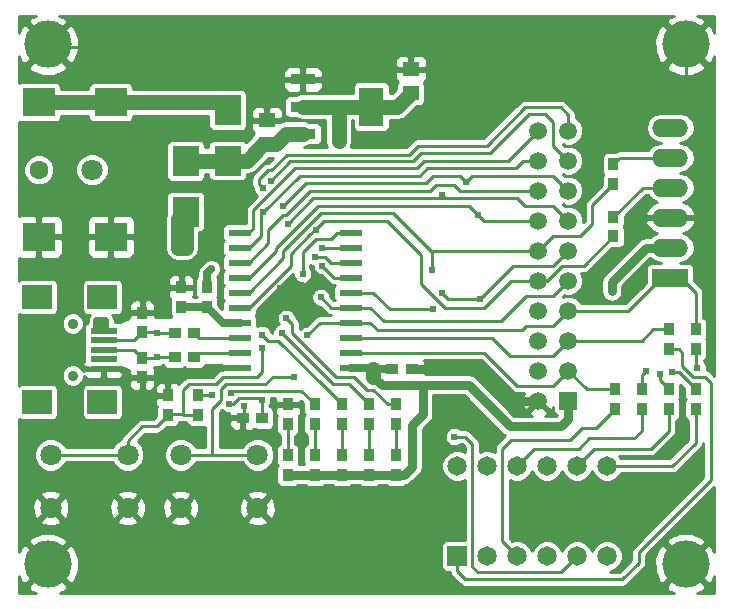
<source format=gtl>
G04 (created by PCBNEW (2013-07-07 BZR 4022)-stable) date 3/3/2015 11:44:29 PM*
%MOIN*%
G04 Gerber Fmt 3.4, Leading zero omitted, Abs format*
%FSLAX34Y34*%
G01*
G70*
G90*
G04 APERTURE LIST*
%ADD10C,0.00590551*%
%ADD11R,0.0570866X0.0452756*%
%ADD12C,0.0708661*%
%ADD13R,0.12X0.06*%
%ADD14O,0.12X0.06*%
%ADD15R,0.110236X0.0944882*%
%ADD16C,0.0629921*%
%ADD17R,0.0846457X0.0374016*%
%ADD18R,0.0846457X0.127953*%
%ADD19R,0.0906X0.0197*%
%ADD20R,0.0984X0.0787*%
%ADD21C,0.0354*%
%ADD22R,0.0905512X0.0984252*%
%ADD23R,0.0374016X0.0393701*%
%ADD24R,0.0393701X0.0374016*%
%ADD25R,0.065X0.065*%
%ADD26C,0.065*%
%ADD27R,0.0767717X0.023622*%
%ADD28R,0.0593X0.0593*%
%ADD29C,0.0590551*%
%ADD30C,0.0593*%
%ADD31C,0.15748*%
%ADD32C,0.024*%
%ADD33C,0.01*%
%ADD34C,0.05*%
%ADD35C,0.03*%
%ADD36C,0.025*%
%ADD37C,0.02*%
G04 APERTURE END LIST*
G54D10*
G54D11*
X38800Y-40503D03*
X38800Y-39696D03*
G54D12*
X35929Y-50858D03*
X38488Y-50858D03*
X35929Y-52629D03*
X38488Y-52629D03*
G54D13*
X52250Y-44950D03*
G54D14*
X52250Y-43950D03*
X52250Y-42950D03*
X52250Y-41950D03*
X52250Y-40950D03*
X52250Y-39950D03*
G54D15*
X31200Y-39105D03*
X33601Y-39105D03*
X31200Y-43594D03*
X33601Y-43594D03*
G54D16*
X31200Y-41350D03*
G54D12*
X32971Y-41350D03*
G54D17*
X40000Y-38344D03*
X40000Y-39250D03*
X40000Y-40155D03*
G54D18*
X42283Y-39250D03*
G54D19*
X33358Y-46720D03*
X33358Y-47035D03*
X33358Y-47350D03*
X33358Y-47665D03*
X33358Y-47980D03*
G54D20*
X33319Y-45598D03*
X31154Y-45598D03*
X33319Y-49102D03*
X31154Y-49102D03*
G54D21*
X32335Y-46484D03*
X32335Y-48216D03*
G54D12*
X34157Y-52629D03*
X31598Y-52629D03*
X34157Y-50858D03*
X31598Y-50858D03*
G54D22*
X36100Y-41053D03*
X36100Y-42746D03*
X37500Y-41046D03*
X37500Y-39353D03*
G54D23*
X43100Y-49824D03*
X43100Y-49175D03*
X39500Y-49824D03*
X39500Y-49175D03*
X52200Y-46675D03*
X52200Y-47324D03*
X50400Y-48675D03*
X50400Y-49324D03*
X53100Y-48675D03*
X53100Y-49324D03*
X40400Y-49824D03*
X40400Y-49175D03*
X51300Y-48675D03*
X51300Y-49324D03*
X52200Y-48675D03*
X52200Y-49324D03*
X53100Y-47324D03*
X53100Y-46675D03*
G54D24*
X36374Y-47600D03*
X35725Y-47600D03*
X36374Y-46800D03*
X35725Y-46800D03*
G54D23*
X35500Y-49524D03*
X35500Y-48875D03*
X41300Y-49824D03*
X41300Y-49175D03*
X36800Y-45275D03*
X36800Y-45924D03*
X36500Y-49524D03*
X36500Y-48875D03*
X50350Y-42925D03*
X50350Y-43574D03*
X50350Y-41175D03*
X50350Y-41824D03*
X42200Y-49824D03*
X42200Y-49175D03*
X39500Y-50875D03*
X39500Y-51524D03*
X43100Y-50875D03*
X43100Y-51524D03*
X40400Y-50875D03*
X40400Y-51524D03*
X41300Y-50875D03*
X41300Y-51524D03*
X42200Y-50875D03*
X42200Y-51524D03*
G54D11*
X43600Y-38803D03*
X43600Y-37996D03*
G54D24*
X38649Y-49625D03*
X38000Y-49625D03*
G54D23*
X35950Y-45924D03*
X35950Y-45275D03*
X34650Y-46774D03*
X34650Y-46125D03*
X34650Y-47625D03*
X34650Y-48274D03*
G54D24*
X42975Y-48000D03*
X43624Y-48000D03*
G54D25*
X45141Y-54228D03*
G54D26*
X46141Y-54228D03*
X47141Y-54228D03*
X48141Y-54228D03*
X49141Y-54228D03*
X50141Y-54228D03*
X50141Y-51228D03*
X49141Y-51228D03*
X48141Y-51228D03*
X47141Y-51228D03*
X46141Y-51228D03*
X45141Y-51228D03*
G54D27*
X37899Y-47950D03*
X37899Y-46950D03*
X37899Y-46450D03*
X37899Y-47450D03*
X37899Y-45950D03*
X37899Y-43450D03*
X37899Y-44950D03*
X37899Y-43950D03*
X37899Y-44450D03*
X37899Y-45450D03*
X41600Y-45450D03*
X41600Y-44450D03*
X41600Y-43950D03*
X41600Y-44950D03*
X41600Y-43450D03*
X41600Y-45950D03*
X41600Y-47450D03*
X41600Y-46450D03*
X41600Y-46950D03*
X41600Y-47950D03*
G54D28*
X48850Y-49050D03*
G54D29*
X47850Y-49050D03*
G54D30*
X48850Y-48050D03*
X47850Y-48050D03*
X48850Y-47050D03*
X47850Y-47050D03*
X48850Y-46050D03*
X47850Y-46050D03*
X48850Y-45050D03*
X47850Y-45050D03*
X48850Y-44050D03*
X47850Y-44050D03*
X48850Y-43050D03*
X47850Y-43050D03*
X48850Y-42050D03*
X47850Y-42050D03*
X48850Y-41050D03*
X47850Y-41050D03*
X48850Y-40050D03*
X47850Y-40050D03*
G54D31*
X31500Y-37177D03*
X52759Y-37177D03*
X31500Y-54500D03*
X52759Y-54500D03*
G54D32*
X42350Y-48250D03*
X42350Y-48000D03*
X36950Y-44650D03*
X41200Y-40400D03*
X41200Y-40150D03*
X36975Y-48875D03*
X37550Y-49150D03*
X38625Y-49025D03*
X45050Y-50250D03*
X35150Y-47600D03*
X35150Y-46800D03*
X51450Y-48050D03*
X38675Y-42775D03*
X52300Y-48100D03*
X38675Y-41975D03*
X40000Y-44825D03*
X40450Y-43350D03*
X44300Y-44700D03*
X45850Y-42850D03*
X39500Y-43150D03*
X40650Y-44550D03*
X44650Y-42200D03*
X45900Y-45650D03*
X44650Y-45450D03*
X44350Y-46000D03*
X40600Y-45600D03*
X39350Y-42550D03*
X40400Y-44250D03*
X45450Y-41750D03*
X38925Y-41725D03*
X40650Y-43950D03*
X51900Y-48150D03*
X39700Y-48250D03*
X40150Y-46875D03*
X36200Y-44600D03*
X38250Y-42100D03*
X37600Y-42800D03*
X35100Y-45350D03*
X35950Y-50100D03*
X37550Y-50300D03*
X41500Y-54500D03*
X44000Y-54500D03*
X47550Y-55350D03*
X49250Y-55350D03*
X51000Y-55350D03*
X45600Y-55350D03*
X53500Y-44250D03*
X53500Y-42250D03*
X53500Y-40250D03*
X44100Y-39600D03*
X38850Y-38950D03*
X32350Y-44600D03*
X36400Y-39950D03*
X34250Y-40500D03*
X32000Y-40500D03*
X34250Y-42250D03*
X32100Y-42350D03*
X31250Y-46700D03*
X32950Y-50150D03*
X31250Y-48050D03*
X34550Y-49200D03*
X35450Y-48250D03*
X45700Y-48000D03*
X45500Y-38250D03*
X47500Y-38250D03*
X49000Y-38250D03*
X50250Y-40250D03*
X50250Y-38750D03*
X50250Y-37250D03*
X48500Y-37250D03*
X46500Y-37250D03*
X44750Y-37250D03*
X43000Y-37250D03*
X41500Y-37250D03*
X39750Y-37250D03*
X38000Y-37250D03*
X36250Y-37250D03*
X34750Y-37250D03*
X33000Y-37250D03*
X52500Y-50500D03*
X53000Y-51500D03*
X52000Y-52000D03*
X44775Y-48000D03*
X45000Y-49250D03*
X44250Y-51250D03*
X39500Y-53000D03*
X43500Y-53000D03*
X41500Y-53000D03*
X39500Y-54500D03*
X37500Y-54500D03*
X35500Y-54500D03*
X33500Y-54500D03*
X38050Y-49225D03*
X39250Y-45300D03*
X34100Y-48150D03*
X53150Y-47950D03*
X50300Y-45400D03*
X50300Y-45100D03*
X39300Y-46800D03*
X38650Y-46850D03*
X37600Y-48800D03*
X39450Y-46300D03*
X38650Y-47300D03*
X33375Y-46400D03*
X35850Y-43950D03*
X36100Y-43950D03*
X33150Y-46400D03*
G54D33*
X41300Y-51524D02*
X42200Y-51524D01*
X40400Y-51524D02*
X41300Y-51524D01*
X40000Y-39250D02*
X42283Y-39250D01*
G54D34*
X41200Y-40150D02*
X41200Y-39275D01*
X41200Y-39275D02*
X41225Y-39250D01*
X40000Y-39250D02*
X41225Y-39250D01*
X41225Y-39250D02*
X43153Y-39250D01*
X43153Y-39250D02*
X43600Y-38803D01*
G54D35*
X40400Y-51524D02*
X39500Y-51524D01*
X42950Y-51524D02*
X40250Y-51524D01*
X42950Y-51524D02*
X43375Y-51524D01*
X44000Y-49500D02*
X44000Y-48524D01*
X43650Y-49850D02*
X44000Y-49500D01*
X43650Y-51250D02*
X43650Y-49850D01*
X43375Y-51524D02*
X43650Y-51250D01*
X42624Y-48524D02*
X44000Y-48524D01*
X44000Y-48524D02*
X45524Y-48524D01*
X48850Y-49650D02*
X48850Y-49050D01*
X48600Y-49900D02*
X48850Y-49650D01*
X46900Y-49900D02*
X48600Y-49900D01*
X45524Y-48524D02*
X46900Y-49900D01*
X42350Y-48000D02*
X42350Y-48250D01*
X42350Y-48250D02*
X42624Y-48524D01*
G54D36*
X41600Y-47950D02*
X42300Y-47950D01*
X42300Y-47950D02*
X42350Y-48000D01*
X42350Y-48000D02*
X42975Y-48000D01*
G54D34*
X42350Y-48250D02*
X42350Y-48000D01*
G54D36*
X36800Y-44800D02*
X36950Y-44650D01*
X36800Y-45275D02*
X36800Y-44800D01*
G54D34*
X41200Y-40400D02*
X41200Y-40150D01*
G54D33*
X38625Y-49025D02*
X38625Y-49600D01*
X38625Y-49600D02*
X38649Y-49625D01*
X37875Y-48950D02*
X37675Y-49150D01*
X36500Y-48875D02*
X36974Y-48875D01*
X36974Y-48875D02*
X36975Y-48875D01*
X37875Y-48950D02*
X38550Y-48950D01*
X38550Y-48950D02*
X38625Y-49025D01*
X37675Y-49150D02*
X37550Y-49150D01*
X45650Y-54300D02*
X45650Y-54600D01*
X45050Y-50250D02*
X45400Y-50250D01*
X45400Y-50250D02*
X45650Y-50500D01*
X45650Y-50500D02*
X45650Y-54300D01*
X48595Y-54775D02*
X49141Y-54228D01*
X45825Y-54775D02*
X48595Y-54775D01*
X45650Y-54600D02*
X45825Y-54775D01*
X45160Y-54760D02*
X45141Y-54741D01*
X53600Y-48450D02*
X53400Y-48250D01*
X53400Y-48250D02*
X53000Y-48250D01*
X53000Y-48250D02*
X52650Y-47900D01*
X52650Y-47900D02*
X52650Y-47450D01*
X52650Y-47450D02*
X52524Y-47324D01*
X52200Y-47324D02*
X52524Y-47324D01*
X45160Y-54760D02*
X45400Y-55000D01*
X50650Y-55000D02*
X45400Y-55000D01*
X51200Y-54450D02*
X50650Y-55000D01*
X51200Y-54100D02*
X51200Y-54450D01*
X53600Y-51700D02*
X51200Y-54100D01*
X53600Y-51700D02*
X53600Y-48450D01*
X45141Y-54741D02*
X45141Y-54228D01*
X50400Y-49324D02*
X49774Y-49950D01*
X46650Y-53736D02*
X47141Y-54228D01*
X46650Y-50650D02*
X46650Y-53736D01*
X46950Y-50350D02*
X46650Y-50650D01*
X48900Y-50350D02*
X46950Y-50350D01*
X49300Y-49950D02*
X48900Y-50350D01*
X49774Y-49950D02*
X49300Y-49950D01*
X51300Y-49324D02*
X51300Y-50050D01*
X47720Y-50650D02*
X47141Y-51228D01*
X49200Y-50650D02*
X47720Y-50650D01*
X49550Y-50300D02*
X49200Y-50650D01*
X51050Y-50300D02*
X49550Y-50300D01*
X51300Y-50050D02*
X51050Y-50300D01*
X53100Y-49324D02*
X53100Y-50450D01*
X52321Y-51228D02*
X50141Y-51228D01*
X53100Y-50450D02*
X52321Y-51228D01*
X52200Y-49324D02*
X52200Y-50050D01*
X49720Y-50650D02*
X49141Y-51228D01*
X51600Y-50650D02*
X49720Y-50650D01*
X52200Y-50050D02*
X51600Y-50650D01*
X35150Y-47600D02*
X35725Y-47600D01*
X35124Y-47625D02*
X34650Y-47625D01*
X35150Y-47600D02*
X35124Y-47625D01*
X33358Y-47350D02*
X34374Y-47350D01*
X34374Y-47350D02*
X34650Y-47625D01*
X37899Y-47450D02*
X36524Y-47450D01*
X36524Y-47450D02*
X36374Y-47600D01*
X35150Y-46800D02*
X35725Y-46800D01*
X34650Y-46774D02*
X35124Y-46774D01*
X35124Y-46774D02*
X35150Y-46800D01*
X33358Y-47035D02*
X34389Y-47035D01*
X34389Y-47035D02*
X34650Y-46774D01*
X37899Y-46950D02*
X36524Y-46950D01*
X36524Y-46950D02*
X36374Y-46800D01*
X50350Y-41175D02*
X50575Y-40950D01*
X50575Y-40950D02*
X52250Y-40950D01*
X50350Y-42925D02*
X51325Y-41950D01*
X51325Y-41950D02*
X52250Y-41950D01*
X48850Y-47050D02*
X51300Y-47050D01*
X51674Y-46675D02*
X52200Y-46675D01*
X51300Y-47050D02*
X51674Y-46675D01*
X46900Y-47550D02*
X46300Y-46950D01*
X48350Y-47550D02*
X46900Y-47550D01*
X48850Y-47050D02*
X48350Y-47550D01*
X46300Y-46950D02*
X41600Y-46950D01*
X48850Y-48050D02*
X49475Y-48675D01*
X49475Y-48675D02*
X50400Y-48675D01*
X48350Y-48550D02*
X47150Y-48550D01*
X46050Y-47450D02*
X41600Y-47450D01*
X48950Y-47950D02*
X48350Y-48550D01*
X47150Y-48550D02*
X46050Y-47450D01*
X51300Y-48200D02*
X51450Y-48050D01*
X51300Y-48675D02*
X51300Y-48200D01*
X39350Y-42850D02*
X39450Y-42850D01*
X39450Y-42850D02*
X40250Y-42050D01*
X44450Y-41850D02*
X44250Y-42050D01*
X47850Y-42050D02*
X45250Y-42050D01*
X44450Y-41850D02*
X44550Y-41850D01*
X44550Y-41850D02*
X45050Y-41850D01*
X45050Y-41850D02*
X45250Y-42050D01*
X44250Y-42050D02*
X40250Y-42050D01*
X38850Y-43800D02*
X38850Y-43400D01*
X38850Y-43800D02*
X38200Y-44450D01*
X39350Y-42850D02*
X38850Y-43350D01*
X38850Y-43350D02*
X38850Y-43400D01*
X37899Y-44450D02*
X38200Y-44450D01*
X37899Y-44450D02*
X38200Y-44450D01*
X44150Y-41300D02*
X43900Y-41550D01*
X43900Y-41550D02*
X39900Y-41550D01*
X47100Y-41300D02*
X44150Y-41300D01*
X47100Y-41300D02*
X47350Y-41050D01*
X47850Y-41050D02*
X47350Y-41050D01*
X39900Y-41550D02*
X38675Y-42775D01*
X38675Y-42775D02*
X38600Y-42850D01*
X38200Y-43950D02*
X37899Y-43950D01*
X38600Y-43550D02*
X38600Y-42850D01*
X38200Y-43950D02*
X38600Y-43550D01*
X52524Y-48100D02*
X52300Y-48100D01*
X53100Y-48675D02*
X52524Y-48100D01*
X39750Y-41300D02*
X43800Y-41300D01*
X43800Y-41300D02*
X44050Y-41050D01*
X44050Y-41050D02*
X46850Y-41050D01*
X46850Y-41050D02*
X47850Y-40050D01*
X47850Y-40050D02*
X47850Y-40050D01*
X38200Y-43450D02*
X38350Y-43300D01*
X38350Y-43300D02*
X38350Y-42700D01*
X38200Y-43450D02*
X37899Y-43450D01*
X39750Y-41300D02*
X38350Y-42700D01*
X39850Y-40850D02*
X43550Y-40850D01*
X43550Y-40850D02*
X43850Y-40550D01*
X43850Y-40550D02*
X46125Y-40550D01*
X46125Y-40550D02*
X47400Y-39275D01*
X47400Y-39275D02*
X48600Y-39275D01*
X48600Y-39275D02*
X48850Y-39525D01*
X48850Y-39525D02*
X48850Y-40050D01*
X38525Y-41675D02*
X38825Y-41375D01*
X38525Y-41825D02*
X38525Y-41675D01*
X38675Y-41975D02*
X38525Y-41825D01*
X39475Y-40850D02*
X38950Y-41375D01*
X38950Y-41375D02*
X38825Y-41375D01*
X39850Y-40850D02*
X39475Y-40850D01*
X40000Y-44200D02*
X40000Y-44100D01*
X40000Y-44825D02*
X40000Y-44200D01*
X41600Y-43450D02*
X41150Y-43450D01*
X40950Y-43650D02*
X41150Y-43450D01*
X40450Y-43650D02*
X40950Y-43650D01*
X40000Y-44100D02*
X40450Y-43650D01*
X40500Y-43250D02*
X40500Y-43300D01*
X40500Y-43300D02*
X40450Y-43350D01*
X47350Y-45050D02*
X46950Y-45050D01*
X42800Y-43050D02*
X42250Y-43050D01*
X43950Y-44200D02*
X42800Y-43050D01*
X43950Y-45150D02*
X43950Y-44200D01*
X44750Y-45950D02*
X43950Y-45150D01*
X45800Y-45950D02*
X44750Y-45950D01*
X46050Y-45950D02*
X45800Y-45950D01*
X46950Y-45050D02*
X46050Y-45950D01*
X48850Y-44550D02*
X48650Y-44550D01*
X48150Y-45050D02*
X47850Y-45050D01*
X48650Y-44550D02*
X48150Y-45050D01*
X47850Y-45050D02*
X47350Y-45050D01*
X42250Y-43050D02*
X40700Y-43050D01*
X38200Y-45950D02*
X37899Y-45950D01*
X38200Y-45950D02*
X39600Y-44550D01*
X39600Y-44150D02*
X40250Y-43500D01*
X40250Y-43500D02*
X40500Y-43250D01*
X40500Y-43250D02*
X40700Y-43050D01*
X39600Y-44550D02*
X39600Y-44150D01*
X50350Y-43574D02*
X49374Y-44550D01*
X49374Y-44550D02*
X48850Y-44550D01*
X39350Y-44050D02*
X39350Y-44300D01*
X43000Y-42800D02*
X42750Y-42800D01*
X42750Y-42800D02*
X40600Y-42800D01*
X40600Y-42800D02*
X39350Y-44050D01*
X37899Y-45450D02*
X38200Y-45450D01*
X38200Y-45450D02*
X39350Y-44300D01*
X43000Y-42800D02*
X44300Y-44100D01*
X44300Y-44050D02*
X44300Y-44100D01*
X44300Y-44700D02*
X44300Y-44050D01*
X44250Y-44050D02*
X44300Y-44100D01*
X47850Y-44050D02*
X46050Y-44050D01*
X46050Y-44050D02*
X44250Y-44050D01*
X50350Y-41824D02*
X49650Y-42524D01*
X48350Y-43550D02*
X47850Y-44050D01*
X49250Y-43550D02*
X48350Y-43550D01*
X49650Y-43150D02*
X49250Y-43550D01*
X49650Y-42524D02*
X49650Y-43150D01*
X45850Y-42850D02*
X45550Y-42550D01*
X45550Y-42550D02*
X45350Y-42550D01*
X46450Y-43050D02*
X46050Y-43050D01*
X46050Y-43050D02*
X45850Y-42850D01*
X40500Y-42550D02*
X45350Y-42550D01*
X40500Y-42550D02*
X39100Y-43950D01*
X39100Y-44050D02*
X38200Y-44950D01*
X39100Y-44050D02*
X39100Y-43950D01*
X47850Y-43050D02*
X46450Y-43050D01*
X37899Y-44950D02*
X38200Y-44950D01*
X38200Y-44950D02*
X37899Y-44950D01*
X41600Y-44950D02*
X41050Y-44950D01*
X40350Y-42300D02*
X39500Y-43150D01*
X40350Y-42300D02*
X44750Y-42300D01*
X40650Y-44550D02*
X41050Y-44950D01*
X48350Y-42550D02*
X48850Y-43050D01*
X47400Y-42550D02*
X48350Y-42550D01*
X47150Y-42300D02*
X47400Y-42550D01*
X44750Y-42300D02*
X47150Y-42300D01*
X44650Y-42200D02*
X44750Y-42300D01*
X45900Y-45650D02*
X44850Y-45650D01*
X45900Y-45650D02*
X47000Y-44550D01*
X44850Y-45650D02*
X44650Y-45450D01*
X48850Y-44050D02*
X48350Y-44550D01*
X47000Y-44550D02*
X47900Y-44550D01*
X47900Y-44550D02*
X48350Y-44550D01*
X44350Y-46000D02*
X42900Y-46000D01*
X42900Y-46000D02*
X42350Y-45450D01*
X42350Y-45450D02*
X41600Y-45450D01*
X40950Y-45950D02*
X41600Y-45950D01*
X40600Y-45600D02*
X40950Y-45950D01*
X47050Y-45950D02*
X46600Y-46400D01*
X42700Y-46400D02*
X42250Y-45950D01*
X46600Y-46400D02*
X42700Y-46400D01*
X48850Y-45050D02*
X48350Y-45550D01*
X42250Y-45950D02*
X41600Y-45950D01*
X47450Y-45550D02*
X47050Y-45950D01*
X48350Y-45550D02*
X47450Y-45550D01*
X40100Y-41800D02*
X39350Y-42550D01*
X45450Y-41750D02*
X45250Y-41550D01*
X44100Y-41800D02*
X40500Y-41800D01*
X44350Y-41550D02*
X44100Y-41800D01*
X45250Y-41550D02*
X44350Y-41550D01*
X40500Y-41800D02*
X40100Y-41800D01*
X40750Y-44250D02*
X40400Y-44250D01*
X40950Y-44450D02*
X41600Y-44450D01*
X40850Y-44350D02*
X40950Y-44450D01*
X40850Y-44350D02*
X40750Y-44250D01*
X48850Y-42050D02*
X48350Y-41550D01*
X45650Y-41550D02*
X45450Y-41750D01*
X48350Y-41550D02*
X45650Y-41550D01*
X38925Y-41725D02*
X39575Y-41075D01*
X41600Y-43950D02*
X40650Y-43950D01*
X48350Y-40550D02*
X48850Y-41050D01*
X48350Y-39775D02*
X48350Y-40550D01*
X48075Y-39500D02*
X48350Y-39775D01*
X47550Y-39500D02*
X48075Y-39500D01*
X46250Y-40800D02*
X47550Y-39500D01*
X43950Y-40800D02*
X46250Y-40800D01*
X43675Y-41075D02*
X43950Y-40800D01*
X39575Y-41075D02*
X43675Y-41075D01*
X51900Y-48375D02*
X51900Y-48150D01*
X52200Y-48675D02*
X51900Y-48375D01*
X37275Y-48850D02*
X37275Y-49025D01*
X36975Y-49325D02*
X36975Y-50858D01*
X37275Y-49025D02*
X36975Y-49325D01*
X37275Y-48850D02*
X37275Y-48675D01*
X37275Y-48675D02*
X37450Y-48500D01*
X37450Y-48500D02*
X38750Y-48500D01*
X38750Y-48500D02*
X39000Y-48250D01*
X39000Y-48250D02*
X39700Y-48250D01*
X40150Y-46875D02*
X40575Y-46450D01*
X40575Y-46450D02*
X41600Y-46450D01*
X52250Y-44950D02*
X52600Y-44950D01*
X53100Y-45450D02*
X53100Y-46675D01*
X52600Y-44950D02*
X53100Y-45450D01*
X51500Y-45400D02*
X51950Y-44950D01*
X51950Y-44950D02*
X52250Y-44950D01*
X35929Y-50858D02*
X36975Y-50858D01*
X36975Y-50858D02*
X37275Y-50858D01*
X37275Y-50858D02*
X38488Y-50858D01*
X47450Y-46550D02*
X47300Y-46700D01*
X42500Y-46700D02*
X42250Y-46450D01*
X47300Y-46700D02*
X42500Y-46700D01*
X42250Y-46450D02*
X41850Y-46450D01*
X50850Y-46050D02*
X51500Y-45400D01*
X50850Y-46050D02*
X48850Y-46050D01*
X48850Y-46050D02*
X48350Y-46550D01*
X48350Y-46550D02*
X47450Y-46550D01*
X36200Y-44600D02*
X35950Y-44850D01*
X35950Y-44850D02*
X35950Y-45275D01*
X53500Y-39500D02*
X53500Y-40250D01*
X35950Y-45275D02*
X35174Y-45275D01*
X35174Y-45275D02*
X35100Y-45350D01*
X34157Y-52629D02*
X35100Y-51687D01*
X35600Y-50100D02*
X35950Y-50100D01*
X35100Y-50600D02*
X35600Y-50100D01*
X35100Y-51687D02*
X35100Y-50600D01*
X38000Y-49625D02*
X38000Y-50249D01*
X37950Y-50300D02*
X37550Y-50300D01*
X38000Y-50249D02*
X37950Y-50300D01*
X44000Y-54500D02*
X44100Y-54500D01*
X41500Y-54500D02*
X44000Y-54500D01*
X45600Y-55350D02*
X47550Y-55350D01*
X47550Y-55350D02*
X49250Y-55350D01*
X49250Y-55350D02*
X51000Y-55350D01*
X45600Y-55350D02*
X44950Y-55350D01*
X44700Y-55100D02*
X44950Y-55350D01*
X44100Y-54500D02*
X44700Y-55100D01*
X52759Y-38759D02*
X53500Y-39500D01*
X52759Y-37177D02*
X52759Y-38759D01*
X53500Y-40250D02*
X53500Y-42250D01*
X53500Y-42250D02*
X53500Y-44250D01*
X44400Y-39350D02*
X44150Y-39600D01*
X44750Y-39000D02*
X44400Y-39350D01*
X44750Y-37250D02*
X44750Y-39000D01*
X44150Y-39600D02*
X44100Y-39600D01*
X38850Y-38950D02*
X38850Y-38350D01*
X38855Y-38344D02*
X38850Y-38350D01*
X38855Y-38344D02*
X40000Y-38344D01*
X34250Y-40500D02*
X34800Y-39950D01*
X34800Y-39950D02*
X36400Y-39950D01*
X34250Y-42250D02*
X34250Y-40500D01*
X32300Y-44650D02*
X32100Y-44450D01*
X32100Y-44450D02*
X32100Y-42350D01*
X32100Y-42350D02*
X32200Y-42250D01*
X32200Y-42250D02*
X34250Y-42250D01*
X32300Y-45250D02*
X32300Y-44650D01*
X34250Y-40500D02*
X32000Y-40500D01*
X32350Y-45750D02*
X32350Y-44600D01*
X31400Y-46700D02*
X32350Y-45750D01*
X31250Y-46700D02*
X31400Y-46700D01*
X31250Y-48050D02*
X31450Y-48050D01*
X33600Y-50150D02*
X34550Y-49200D01*
X31450Y-46900D02*
X31250Y-46700D01*
X31250Y-46700D02*
X31250Y-48050D01*
X31800Y-46900D02*
X31450Y-46900D01*
X32950Y-50150D02*
X33600Y-50150D01*
X32200Y-49400D02*
X32950Y-50150D01*
X32200Y-48800D02*
X32200Y-49400D01*
X31450Y-48050D02*
X32200Y-48800D01*
X34650Y-48274D02*
X35425Y-48274D01*
X35450Y-48250D02*
X35100Y-48250D01*
X35425Y-48274D02*
X35450Y-48250D01*
X34650Y-48274D02*
X34650Y-49100D01*
X34650Y-49100D02*
X34550Y-49200D01*
X34200Y-48850D02*
X34550Y-49200D01*
X34200Y-48850D02*
X34200Y-48750D01*
X31500Y-37177D02*
X31572Y-37250D01*
X49000Y-38250D02*
X47500Y-38250D01*
X50250Y-38750D02*
X50250Y-40250D01*
X48500Y-37250D02*
X50250Y-37250D01*
X44750Y-37250D02*
X46500Y-37250D01*
X41500Y-37250D02*
X43000Y-37250D01*
X38000Y-37250D02*
X39750Y-37250D01*
X34750Y-37250D02*
X36250Y-37250D01*
X31572Y-37250D02*
X33000Y-37250D01*
X52500Y-52000D02*
X53000Y-51500D01*
X52000Y-52000D02*
X52500Y-52000D01*
X43624Y-48000D02*
X44775Y-48000D01*
X43500Y-53000D02*
X44250Y-52250D01*
X44250Y-52250D02*
X44250Y-51250D01*
X41500Y-53000D02*
X43500Y-53000D01*
X37500Y-54500D02*
X39500Y-54500D01*
X34500Y-54500D02*
X35500Y-54500D01*
X33500Y-54500D02*
X34500Y-54500D01*
X38050Y-49225D02*
X38050Y-49575D01*
X38050Y-49575D02*
X38000Y-49625D01*
G54D35*
X43624Y-48000D02*
X45700Y-48000D01*
X45700Y-48000D02*
X45900Y-48000D01*
X46950Y-49050D02*
X47850Y-49050D01*
X45900Y-48000D02*
X46950Y-49050D01*
G54D37*
X33358Y-47980D02*
X33930Y-47980D01*
X33930Y-47980D02*
X34100Y-48150D01*
G54D33*
X42200Y-50875D02*
X42200Y-49824D01*
X53100Y-47900D02*
X53100Y-47324D01*
X53150Y-47950D02*
X53100Y-47900D01*
X39500Y-50875D02*
X39500Y-49824D01*
G54D35*
X50300Y-45100D02*
X51450Y-43950D01*
X51450Y-43950D02*
X52250Y-43950D01*
X50300Y-45400D02*
X50300Y-45100D01*
G54D36*
X35950Y-45924D02*
X36800Y-45924D01*
X36800Y-45924D02*
X37325Y-46450D01*
X37325Y-46450D02*
X37899Y-46450D01*
G54D33*
X39300Y-46800D02*
X40800Y-48300D01*
X41524Y-48500D02*
X41000Y-48500D01*
X41000Y-48500D02*
X40800Y-48300D01*
X41524Y-48500D02*
X42200Y-49175D01*
X40700Y-48575D02*
X39174Y-47050D01*
X41300Y-49175D02*
X40700Y-48575D01*
X38850Y-47050D02*
X38650Y-46850D01*
X39174Y-47050D02*
X38850Y-47050D01*
X37600Y-48800D02*
X37675Y-48725D01*
X39949Y-48725D02*
X40400Y-49175D01*
X37675Y-48725D02*
X39949Y-48725D01*
X39450Y-46300D02*
X39650Y-46500D01*
X40850Y-48000D02*
X39650Y-46800D01*
X39650Y-46800D02*
X39650Y-46500D01*
X43100Y-49175D02*
X42825Y-49175D01*
X41100Y-48250D02*
X40850Y-48000D01*
X41700Y-48250D02*
X41100Y-48250D01*
X42150Y-48700D02*
X41700Y-48250D01*
X42350Y-48700D02*
X42150Y-48700D01*
X42825Y-49175D02*
X42350Y-48700D01*
X41300Y-50875D02*
X41300Y-49824D01*
X40400Y-50875D02*
X40400Y-49824D01*
X43100Y-50875D02*
X43100Y-49824D01*
X36000Y-48800D02*
X36000Y-48700D01*
X37100Y-48500D02*
X37325Y-48275D01*
X36200Y-48500D02*
X37100Y-48500D01*
X36000Y-48700D02*
X36200Y-48500D01*
X37325Y-48275D02*
X38474Y-48275D01*
X36000Y-49500D02*
X36000Y-48800D01*
X38550Y-48199D02*
X38474Y-48275D01*
X38650Y-47300D02*
X38650Y-48099D01*
X38650Y-48099D02*
X38550Y-48199D01*
X36000Y-49500D02*
X35524Y-49500D01*
X34157Y-50392D02*
X34157Y-50858D01*
X34650Y-49900D02*
X34157Y-50392D01*
X35124Y-49900D02*
X34650Y-49900D01*
X35524Y-49500D02*
X35124Y-49900D01*
X36024Y-49524D02*
X36500Y-49524D01*
X36000Y-49500D02*
X36024Y-49524D01*
X31598Y-50858D02*
X34157Y-50858D01*
X31200Y-39105D02*
X33601Y-39105D01*
G54D34*
X35902Y-39105D02*
X37252Y-39105D01*
X31200Y-39105D02*
X35902Y-39105D01*
X37252Y-39105D02*
X37500Y-39353D01*
X37400Y-39203D02*
X37550Y-39353D01*
X37650Y-39253D02*
X37550Y-39353D01*
X35850Y-43950D02*
X35850Y-42996D01*
X35850Y-42996D02*
X36100Y-42746D01*
X36100Y-43950D02*
X36100Y-42746D01*
X35850Y-43950D02*
X36100Y-43950D01*
G54D36*
X33150Y-46400D02*
X33400Y-46400D01*
X33150Y-46700D02*
X33150Y-46400D01*
X33400Y-46700D02*
X33150Y-46700D01*
X33400Y-46400D02*
X33400Y-46700D01*
G54D33*
X36100Y-41053D02*
X36107Y-41046D01*
X36107Y-41046D02*
X37500Y-41046D01*
G54D34*
X38800Y-40503D02*
X39096Y-40503D01*
X39444Y-40155D02*
X40000Y-40155D01*
X39096Y-40503D02*
X39444Y-40155D01*
X38142Y-41046D02*
X38683Y-40505D01*
X37000Y-41046D02*
X38142Y-41046D01*
X37046Y-41046D02*
X37000Y-41046D01*
X37000Y-41046D02*
X36150Y-41046D01*
G54D10*
G36*
X41065Y-45699D02*
X41065Y-45700D01*
X41053Y-45700D01*
X40920Y-45566D01*
X40920Y-45536D01*
X40871Y-45418D01*
X40781Y-45328D01*
X40663Y-45280D01*
X40536Y-45279D01*
X40418Y-45328D01*
X40328Y-45418D01*
X40280Y-45536D01*
X40279Y-45663D01*
X40328Y-45781D01*
X40418Y-45871D01*
X40536Y-45919D01*
X40566Y-45919D01*
X40773Y-46126D01*
X40773Y-46126D01*
X40854Y-46180D01*
X40854Y-46180D01*
X40930Y-46196D01*
X40949Y-46200D01*
X40575Y-46200D01*
X40479Y-46219D01*
X40398Y-46273D01*
X40398Y-46273D01*
X40116Y-46554D01*
X40086Y-46554D01*
X39968Y-46603D01*
X39900Y-46672D01*
X39900Y-46500D01*
X39880Y-46404D01*
X39880Y-46404D01*
X39859Y-46371D01*
X39826Y-46323D01*
X39826Y-46323D01*
X39770Y-46266D01*
X39770Y-46236D01*
X39721Y-46118D01*
X39631Y-46028D01*
X39513Y-45980D01*
X39386Y-45979D01*
X39268Y-46028D01*
X39178Y-46118D01*
X39130Y-46236D01*
X39129Y-46363D01*
X39178Y-46481D01*
X39194Y-46497D01*
X39118Y-46528D01*
X39028Y-46618D01*
X38980Y-46736D01*
X38979Y-46800D01*
X38970Y-46800D01*
X38970Y-46786D01*
X38921Y-46668D01*
X38831Y-46578D01*
X38713Y-46530D01*
X38586Y-46529D01*
X38483Y-46572D01*
X38483Y-46528D01*
X38483Y-46292D01*
X38452Y-46218D01*
X38434Y-46200D01*
X38452Y-46181D01*
X38483Y-46108D01*
X38483Y-46028D01*
X38483Y-46020D01*
X39680Y-44823D01*
X39679Y-44888D01*
X39728Y-45006D01*
X39818Y-45096D01*
X39936Y-45144D01*
X40063Y-45145D01*
X40181Y-45096D01*
X40271Y-45006D01*
X40319Y-44888D01*
X40320Y-44761D01*
X40271Y-44643D01*
X40250Y-44622D01*
X40250Y-44534D01*
X40329Y-44567D01*
X40329Y-44613D01*
X40378Y-44731D01*
X40468Y-44821D01*
X40586Y-44869D01*
X40616Y-44869D01*
X40873Y-45126D01*
X40873Y-45126D01*
X40954Y-45180D01*
X40954Y-45180D01*
X41030Y-45196D01*
X41049Y-45200D01*
X41049Y-45199D01*
X41050Y-45200D01*
X41065Y-45200D01*
X41046Y-45218D01*
X41016Y-45291D01*
X41016Y-45371D01*
X41016Y-45607D01*
X41046Y-45681D01*
X41065Y-45699D01*
X41065Y-45699D01*
G37*
G54D33*
X41065Y-45699D02*
X41065Y-45700D01*
X41053Y-45700D01*
X40920Y-45566D01*
X40920Y-45536D01*
X40871Y-45418D01*
X40781Y-45328D01*
X40663Y-45280D01*
X40536Y-45279D01*
X40418Y-45328D01*
X40328Y-45418D01*
X40280Y-45536D01*
X40279Y-45663D01*
X40328Y-45781D01*
X40418Y-45871D01*
X40536Y-45919D01*
X40566Y-45919D01*
X40773Y-46126D01*
X40773Y-46126D01*
X40854Y-46180D01*
X40854Y-46180D01*
X40930Y-46196D01*
X40949Y-46200D01*
X40575Y-46200D01*
X40479Y-46219D01*
X40398Y-46273D01*
X40398Y-46273D01*
X40116Y-46554D01*
X40086Y-46554D01*
X39968Y-46603D01*
X39900Y-46672D01*
X39900Y-46500D01*
X39880Y-46404D01*
X39880Y-46404D01*
X39859Y-46371D01*
X39826Y-46323D01*
X39826Y-46323D01*
X39770Y-46266D01*
X39770Y-46236D01*
X39721Y-46118D01*
X39631Y-46028D01*
X39513Y-45980D01*
X39386Y-45979D01*
X39268Y-46028D01*
X39178Y-46118D01*
X39130Y-46236D01*
X39129Y-46363D01*
X39178Y-46481D01*
X39194Y-46497D01*
X39118Y-46528D01*
X39028Y-46618D01*
X38980Y-46736D01*
X38979Y-46800D01*
X38970Y-46800D01*
X38970Y-46786D01*
X38921Y-46668D01*
X38831Y-46578D01*
X38713Y-46530D01*
X38586Y-46529D01*
X38483Y-46572D01*
X38483Y-46528D01*
X38483Y-46292D01*
X38452Y-46218D01*
X38434Y-46200D01*
X38452Y-46181D01*
X38483Y-46108D01*
X38483Y-46028D01*
X38483Y-46020D01*
X39680Y-44823D01*
X39679Y-44888D01*
X39728Y-45006D01*
X39818Y-45096D01*
X39936Y-45144D01*
X40063Y-45145D01*
X40181Y-45096D01*
X40271Y-45006D01*
X40319Y-44888D01*
X40320Y-44761D01*
X40271Y-44643D01*
X40250Y-44622D01*
X40250Y-44534D01*
X40329Y-44567D01*
X40329Y-44613D01*
X40378Y-44731D01*
X40468Y-44821D01*
X40586Y-44869D01*
X40616Y-44869D01*
X40873Y-45126D01*
X40873Y-45126D01*
X40954Y-45180D01*
X40954Y-45180D01*
X41030Y-45196D01*
X41049Y-45200D01*
X41049Y-45199D01*
X41050Y-45200D01*
X41065Y-45200D01*
X41046Y-45218D01*
X41016Y-45291D01*
X41016Y-45371D01*
X41016Y-45607D01*
X41046Y-45681D01*
X41065Y-45699D01*
G54D10*
G36*
X48474Y-49530D02*
X48455Y-49550D01*
X48080Y-49550D01*
X48135Y-49527D01*
X48161Y-49432D01*
X47850Y-49120D01*
X47538Y-49432D01*
X47564Y-49527D01*
X47628Y-49550D01*
X47044Y-49550D01*
X45772Y-48277D01*
X45658Y-48201D01*
X45524Y-48174D01*
X44071Y-48174D01*
X44071Y-48137D01*
X44071Y-48112D01*
X44009Y-48050D01*
X43674Y-48050D01*
X43674Y-48057D01*
X43574Y-48057D01*
X43574Y-48050D01*
X43566Y-48050D01*
X43566Y-47950D01*
X43574Y-47950D01*
X43574Y-47942D01*
X43674Y-47942D01*
X43674Y-47950D01*
X44009Y-47950D01*
X44071Y-47887D01*
X44071Y-47862D01*
X44071Y-47763D01*
X44045Y-47700D01*
X45946Y-47700D01*
X46973Y-48726D01*
X46973Y-48726D01*
X47054Y-48780D01*
X47054Y-48780D01*
X47150Y-48800D01*
X47360Y-48800D01*
X47299Y-48969D01*
X47310Y-49186D01*
X47372Y-49335D01*
X47467Y-49361D01*
X47779Y-49050D01*
X47773Y-49044D01*
X47844Y-48973D01*
X47850Y-48979D01*
X47855Y-48973D01*
X47926Y-49044D01*
X47920Y-49050D01*
X48232Y-49361D01*
X48327Y-49335D01*
X48353Y-49261D01*
X48353Y-49386D01*
X48383Y-49459D01*
X48440Y-49515D01*
X48474Y-49530D01*
X48474Y-49530D01*
G37*
G54D33*
X48474Y-49530D02*
X48455Y-49550D01*
X48080Y-49550D01*
X48135Y-49527D01*
X48161Y-49432D01*
X47850Y-49120D01*
X47538Y-49432D01*
X47564Y-49527D01*
X47628Y-49550D01*
X47044Y-49550D01*
X45772Y-48277D01*
X45658Y-48201D01*
X45524Y-48174D01*
X44071Y-48174D01*
X44071Y-48137D01*
X44071Y-48112D01*
X44009Y-48050D01*
X43674Y-48050D01*
X43674Y-48057D01*
X43574Y-48057D01*
X43574Y-48050D01*
X43566Y-48050D01*
X43566Y-47950D01*
X43574Y-47950D01*
X43574Y-47942D01*
X43674Y-47942D01*
X43674Y-47950D01*
X44009Y-47950D01*
X44071Y-47887D01*
X44071Y-47862D01*
X44071Y-47763D01*
X44045Y-47700D01*
X45946Y-47700D01*
X46973Y-48726D01*
X46973Y-48726D01*
X47054Y-48780D01*
X47054Y-48780D01*
X47150Y-48800D01*
X47360Y-48800D01*
X47299Y-48969D01*
X47310Y-49186D01*
X47372Y-49335D01*
X47467Y-49361D01*
X47779Y-49050D01*
X47773Y-49044D01*
X47844Y-48973D01*
X47850Y-48979D01*
X47855Y-48973D01*
X47926Y-49044D01*
X47920Y-49050D01*
X48232Y-49361D01*
X48327Y-49335D01*
X48353Y-49261D01*
X48353Y-49386D01*
X48383Y-49459D01*
X48440Y-49515D01*
X48474Y-49530D01*
G54D10*
G36*
X52850Y-50346D02*
X52218Y-50978D01*
X50606Y-50978D01*
X50587Y-50931D01*
X50555Y-50900D01*
X51600Y-50900D01*
X51695Y-50880D01*
X51776Y-50826D01*
X52376Y-50226D01*
X52376Y-50226D01*
X52376Y-50226D01*
X52409Y-50178D01*
X52430Y-50145D01*
X52430Y-50145D01*
X52450Y-50050D01*
X52450Y-49712D01*
X52500Y-49691D01*
X52556Y-49635D01*
X52586Y-49561D01*
X52587Y-49482D01*
X52587Y-49088D01*
X52556Y-49014D01*
X52541Y-49000D01*
X52556Y-48985D01*
X52586Y-48912D01*
X52587Y-48832D01*
X52587Y-48515D01*
X52712Y-48641D01*
X52712Y-48911D01*
X52743Y-48985D01*
X52758Y-48999D01*
X52743Y-49014D01*
X52713Y-49087D01*
X52712Y-49167D01*
X52712Y-49561D01*
X52743Y-49634D01*
X52799Y-49691D01*
X52850Y-49712D01*
X52850Y-50346D01*
X52850Y-50346D01*
G37*
G54D33*
X52850Y-50346D02*
X52218Y-50978D01*
X50606Y-50978D01*
X50587Y-50931D01*
X50555Y-50900D01*
X51600Y-50900D01*
X51695Y-50880D01*
X51776Y-50826D01*
X52376Y-50226D01*
X52376Y-50226D01*
X52376Y-50226D01*
X52409Y-50178D01*
X52430Y-50145D01*
X52430Y-50145D01*
X52450Y-50050D01*
X52450Y-49712D01*
X52500Y-49691D01*
X52556Y-49635D01*
X52586Y-49561D01*
X52587Y-49482D01*
X52587Y-49088D01*
X52556Y-49014D01*
X52541Y-49000D01*
X52556Y-48985D01*
X52586Y-48912D01*
X52587Y-48832D01*
X52587Y-48515D01*
X52712Y-48641D01*
X52712Y-48911D01*
X52743Y-48985D01*
X52758Y-48999D01*
X52743Y-49014D01*
X52713Y-49087D01*
X52712Y-49167D01*
X52712Y-49561D01*
X52743Y-49634D01*
X52799Y-49691D01*
X52850Y-49712D01*
X52850Y-50346D01*
G54D10*
G36*
X53350Y-51596D02*
X51023Y-53923D01*
X50969Y-54004D01*
X50950Y-54100D01*
X50950Y-54346D01*
X50546Y-54750D01*
X50254Y-54750D01*
X50438Y-54673D01*
X50586Y-54526D01*
X50666Y-54333D01*
X50666Y-54124D01*
X50587Y-53931D01*
X50439Y-53783D01*
X50246Y-53703D01*
X50037Y-53703D01*
X49844Y-53783D01*
X49696Y-53930D01*
X49641Y-54063D01*
X49587Y-53931D01*
X49439Y-53783D01*
X49246Y-53703D01*
X49037Y-53703D01*
X48844Y-53783D01*
X48696Y-53930D01*
X48641Y-54063D01*
X48587Y-53931D01*
X48439Y-53783D01*
X48246Y-53703D01*
X48037Y-53703D01*
X47844Y-53783D01*
X47696Y-53930D01*
X47641Y-54063D01*
X47587Y-53931D01*
X47439Y-53783D01*
X47246Y-53703D01*
X47037Y-53703D01*
X46989Y-53723D01*
X46900Y-53633D01*
X46900Y-51696D01*
X47036Y-51753D01*
X47245Y-51753D01*
X47438Y-51673D01*
X47586Y-51526D01*
X47641Y-51393D01*
X47696Y-51525D01*
X47843Y-51673D01*
X48036Y-51753D01*
X48245Y-51753D01*
X48438Y-51673D01*
X48586Y-51526D01*
X48641Y-51393D01*
X48696Y-51525D01*
X48843Y-51673D01*
X49036Y-51753D01*
X49245Y-51753D01*
X49438Y-51673D01*
X49586Y-51526D01*
X49641Y-51393D01*
X49696Y-51525D01*
X49843Y-51673D01*
X50036Y-51753D01*
X50245Y-51753D01*
X50438Y-51673D01*
X50586Y-51526D01*
X50606Y-51478D01*
X52321Y-51478D01*
X52417Y-51459D01*
X52498Y-51405D01*
X53276Y-50626D01*
X53330Y-50545D01*
X53350Y-50450D01*
X53350Y-51596D01*
X53350Y-51596D01*
G37*
G54D33*
X53350Y-51596D02*
X51023Y-53923D01*
X50969Y-54004D01*
X50950Y-54100D01*
X50950Y-54346D01*
X50546Y-54750D01*
X50254Y-54750D01*
X50438Y-54673D01*
X50586Y-54526D01*
X50666Y-54333D01*
X50666Y-54124D01*
X50587Y-53931D01*
X50439Y-53783D01*
X50246Y-53703D01*
X50037Y-53703D01*
X49844Y-53783D01*
X49696Y-53930D01*
X49641Y-54063D01*
X49587Y-53931D01*
X49439Y-53783D01*
X49246Y-53703D01*
X49037Y-53703D01*
X48844Y-53783D01*
X48696Y-53930D01*
X48641Y-54063D01*
X48587Y-53931D01*
X48439Y-53783D01*
X48246Y-53703D01*
X48037Y-53703D01*
X47844Y-53783D01*
X47696Y-53930D01*
X47641Y-54063D01*
X47587Y-53931D01*
X47439Y-53783D01*
X47246Y-53703D01*
X47037Y-53703D01*
X46989Y-53723D01*
X46900Y-53633D01*
X46900Y-51696D01*
X47036Y-51753D01*
X47245Y-51753D01*
X47438Y-51673D01*
X47586Y-51526D01*
X47641Y-51393D01*
X47696Y-51525D01*
X47843Y-51673D01*
X48036Y-51753D01*
X48245Y-51753D01*
X48438Y-51673D01*
X48586Y-51526D01*
X48641Y-51393D01*
X48696Y-51525D01*
X48843Y-51673D01*
X49036Y-51753D01*
X49245Y-51753D01*
X49438Y-51673D01*
X49586Y-51526D01*
X49641Y-51393D01*
X49696Y-51525D01*
X49843Y-51673D01*
X50036Y-51753D01*
X50245Y-51753D01*
X50438Y-51673D01*
X50586Y-51526D01*
X50606Y-51478D01*
X52321Y-51478D01*
X52417Y-51459D01*
X52498Y-51405D01*
X53276Y-50626D01*
X53330Y-50545D01*
X53350Y-50450D01*
X53350Y-51596D01*
G54D10*
G36*
X53721Y-55461D02*
X53153Y-55461D01*
X53340Y-55384D01*
X53427Y-55238D01*
X52759Y-54570D01*
X52689Y-54641D01*
X52689Y-54500D01*
X52021Y-53832D01*
X51875Y-53919D01*
X51720Y-54301D01*
X51724Y-54714D01*
X51875Y-55080D01*
X52021Y-55167D01*
X52689Y-54500D01*
X52689Y-54641D01*
X52092Y-55238D01*
X52179Y-55384D01*
X52370Y-55461D01*
X39097Y-55461D01*
X39097Y-52724D01*
X39086Y-52484D01*
X39014Y-52309D01*
X38913Y-52275D01*
X38842Y-52346D01*
X38842Y-52204D01*
X38808Y-52103D01*
X38582Y-52021D01*
X38342Y-52031D01*
X38167Y-52103D01*
X38133Y-52204D01*
X38488Y-52559D01*
X38842Y-52204D01*
X38842Y-52346D01*
X38558Y-52629D01*
X38913Y-52984D01*
X39014Y-52950D01*
X39097Y-52724D01*
X39097Y-55461D01*
X38842Y-55461D01*
X38842Y-53055D01*
X38488Y-52700D01*
X38417Y-52771D01*
X38417Y-52629D01*
X38062Y-52275D01*
X37961Y-52309D01*
X37879Y-52535D01*
X37889Y-52775D01*
X37961Y-52950D01*
X38062Y-52984D01*
X38417Y-52629D01*
X38417Y-52771D01*
X38133Y-53055D01*
X38167Y-53156D01*
X38393Y-53238D01*
X38633Y-53228D01*
X38808Y-53156D01*
X38842Y-53055D01*
X38842Y-55461D01*
X36537Y-55461D01*
X36537Y-52724D01*
X36527Y-52484D01*
X36455Y-52309D01*
X36354Y-52275D01*
X36283Y-52346D01*
X36283Y-52204D01*
X36249Y-52103D01*
X36023Y-52021D01*
X35783Y-52031D01*
X35608Y-52103D01*
X35574Y-52204D01*
X35929Y-52559D01*
X36283Y-52204D01*
X36283Y-52346D01*
X35999Y-52629D01*
X36354Y-52984D01*
X36455Y-52950D01*
X36537Y-52724D01*
X36537Y-55461D01*
X36283Y-55461D01*
X36283Y-53055D01*
X35929Y-52700D01*
X35858Y-52771D01*
X35858Y-52629D01*
X35503Y-52275D01*
X35402Y-52309D01*
X35320Y-52535D01*
X35330Y-52775D01*
X35402Y-52950D01*
X35503Y-52984D01*
X35858Y-52629D01*
X35858Y-52771D01*
X35574Y-53055D01*
X35608Y-53156D01*
X35834Y-53238D01*
X36074Y-53228D01*
X36249Y-53156D01*
X36283Y-53055D01*
X36283Y-55461D01*
X34766Y-55461D01*
X34766Y-52724D01*
X34756Y-52484D01*
X34683Y-52309D01*
X34582Y-52275D01*
X34512Y-52346D01*
X34512Y-52204D01*
X34478Y-52103D01*
X34252Y-52021D01*
X34012Y-52031D01*
X33836Y-52103D01*
X33802Y-52204D01*
X34157Y-52559D01*
X34512Y-52204D01*
X34512Y-52346D01*
X34228Y-52629D01*
X34582Y-52984D01*
X34683Y-52950D01*
X34766Y-52724D01*
X34766Y-55461D01*
X34512Y-55461D01*
X34512Y-53055D01*
X34157Y-52700D01*
X34086Y-52771D01*
X34086Y-52629D01*
X33732Y-52275D01*
X33631Y-52309D01*
X33548Y-52535D01*
X33558Y-52775D01*
X33631Y-52950D01*
X33732Y-52984D01*
X34086Y-52629D01*
X34086Y-52771D01*
X33802Y-53055D01*
X33836Y-53156D01*
X34062Y-53238D01*
X34302Y-53228D01*
X34478Y-53156D01*
X34512Y-53055D01*
X34512Y-55461D01*
X32539Y-55461D01*
X32539Y-54698D01*
X32535Y-54285D01*
X32384Y-53919D01*
X32238Y-53832D01*
X32207Y-53863D01*
X32207Y-52724D01*
X32197Y-52484D01*
X32124Y-52309D01*
X32023Y-52275D01*
X31952Y-52346D01*
X31952Y-52204D01*
X31918Y-52103D01*
X31693Y-52021D01*
X31452Y-52031D01*
X31277Y-52103D01*
X31243Y-52204D01*
X31598Y-52559D01*
X31952Y-52204D01*
X31952Y-52346D01*
X31669Y-52629D01*
X32023Y-52984D01*
X32124Y-52950D01*
X32207Y-52724D01*
X32207Y-53863D01*
X32167Y-53903D01*
X32167Y-53761D01*
X32080Y-53615D01*
X31952Y-53564D01*
X31952Y-53055D01*
X31598Y-52700D01*
X31527Y-52771D01*
X31527Y-52629D01*
X31173Y-52275D01*
X31072Y-52309D01*
X30989Y-52535D01*
X30999Y-52775D01*
X31072Y-52950D01*
X31173Y-52984D01*
X31527Y-52629D01*
X31527Y-52771D01*
X31243Y-53055D01*
X31277Y-53156D01*
X31503Y-53238D01*
X31743Y-53228D01*
X31918Y-53156D01*
X31952Y-53055D01*
X31952Y-53564D01*
X31698Y-53460D01*
X31285Y-53464D01*
X30919Y-53615D01*
X30832Y-53761D01*
X31500Y-54429D01*
X32167Y-53761D01*
X32167Y-53903D01*
X31570Y-54500D01*
X32238Y-55167D01*
X32384Y-55080D01*
X32539Y-54698D01*
X32539Y-55461D01*
X31894Y-55461D01*
X32080Y-55384D01*
X32167Y-55238D01*
X31500Y-54570D01*
X30832Y-55238D01*
X30919Y-55384D01*
X31110Y-55461D01*
X30538Y-55461D01*
X30538Y-54894D01*
X30615Y-55080D01*
X30761Y-55167D01*
X31429Y-54500D01*
X30761Y-53832D01*
X30615Y-53919D01*
X30538Y-54110D01*
X30538Y-49654D01*
X30548Y-49664D01*
X30622Y-49695D01*
X30701Y-49695D01*
X31685Y-49695D01*
X31759Y-49665D01*
X31815Y-49608D01*
X31845Y-49535D01*
X31846Y-49455D01*
X31846Y-48668D01*
X31815Y-48595D01*
X31759Y-48539D01*
X31685Y-48508D01*
X31606Y-48508D01*
X30622Y-48508D01*
X30548Y-48538D01*
X30538Y-48549D01*
X30538Y-46150D01*
X30548Y-46160D01*
X30622Y-46191D01*
X30701Y-46191D01*
X31685Y-46191D01*
X31759Y-46161D01*
X31815Y-46104D01*
X31845Y-46031D01*
X31846Y-45951D01*
X31846Y-45164D01*
X31815Y-45091D01*
X31759Y-45035D01*
X31685Y-45004D01*
X31606Y-45004D01*
X30622Y-45004D01*
X30548Y-45034D01*
X30538Y-45045D01*
X30538Y-44291D01*
X30599Y-44316D01*
X31087Y-44316D01*
X31150Y-44254D01*
X31150Y-43644D01*
X31142Y-43644D01*
X31142Y-43544D01*
X31150Y-43544D01*
X31150Y-42934D01*
X31087Y-42871D01*
X30599Y-42871D01*
X30538Y-42896D01*
X30538Y-39749D01*
X30608Y-39778D01*
X30688Y-39778D01*
X31790Y-39778D01*
X31864Y-39747D01*
X31920Y-39691D01*
X31951Y-39618D01*
X31951Y-39555D01*
X32850Y-39555D01*
X32850Y-39617D01*
X32880Y-39691D01*
X32936Y-39747D01*
X33010Y-39778D01*
X33090Y-39778D01*
X34192Y-39778D01*
X34265Y-39747D01*
X34322Y-39691D01*
X34352Y-39618D01*
X34352Y-39555D01*
X35902Y-39555D01*
X36847Y-39555D01*
X36847Y-39885D01*
X36877Y-39958D01*
X36933Y-40015D01*
X37007Y-40045D01*
X37086Y-40045D01*
X37992Y-40045D01*
X38065Y-40015D01*
X38122Y-39959D01*
X38152Y-39885D01*
X38152Y-39806D01*
X38152Y-38821D01*
X38122Y-38748D01*
X38066Y-38691D01*
X37992Y-38661D01*
X37913Y-38661D01*
X37279Y-38661D01*
X37252Y-38655D01*
X35902Y-38655D01*
X34352Y-38655D01*
X34352Y-38593D01*
X34322Y-38520D01*
X34266Y-38464D01*
X34192Y-38433D01*
X34113Y-38433D01*
X33010Y-38433D01*
X32937Y-38463D01*
X32880Y-38520D01*
X32850Y-38593D01*
X32850Y-38655D01*
X32539Y-38655D01*
X32539Y-37375D01*
X32535Y-36962D01*
X32384Y-36596D01*
X32238Y-36509D01*
X31570Y-37177D01*
X32238Y-37844D01*
X32384Y-37757D01*
X32539Y-37375D01*
X32539Y-38655D01*
X32167Y-38655D01*
X32167Y-37915D01*
X31500Y-37247D01*
X30832Y-37915D01*
X30919Y-38061D01*
X31301Y-38216D01*
X31714Y-38212D01*
X32080Y-38061D01*
X32167Y-37915D01*
X32167Y-38655D01*
X31951Y-38655D01*
X31951Y-38593D01*
X31920Y-38520D01*
X31864Y-38464D01*
X31791Y-38433D01*
X31711Y-38433D01*
X30609Y-38433D01*
X30538Y-38462D01*
X30538Y-37571D01*
X30615Y-37757D01*
X30761Y-37844D01*
X31429Y-37177D01*
X30761Y-36509D01*
X30615Y-36596D01*
X30538Y-36787D01*
X30538Y-36215D01*
X31105Y-36215D01*
X30919Y-36293D01*
X30832Y-36438D01*
X31500Y-37106D01*
X32167Y-36438D01*
X32080Y-36293D01*
X31889Y-36215D01*
X52365Y-36215D01*
X52179Y-36293D01*
X52092Y-36438D01*
X52759Y-37106D01*
X53427Y-36438D01*
X53340Y-36293D01*
X53149Y-36215D01*
X53721Y-36215D01*
X53721Y-36783D01*
X53643Y-36596D01*
X53498Y-36509D01*
X52830Y-37177D01*
X53498Y-37844D01*
X53643Y-37757D01*
X53721Y-37566D01*
X53721Y-48217D01*
X53576Y-48073D01*
X53495Y-48019D01*
X53469Y-48013D01*
X53470Y-47886D01*
X53421Y-47768D01*
X53360Y-47707D01*
X53400Y-47691D01*
X53456Y-47635D01*
X53486Y-47561D01*
X53487Y-47482D01*
X53487Y-47088D01*
X53456Y-47014D01*
X53441Y-47000D01*
X53456Y-46985D01*
X53486Y-46912D01*
X53487Y-46832D01*
X53487Y-46438D01*
X53456Y-46365D01*
X53427Y-46335D01*
X53427Y-37915D01*
X52759Y-37247D01*
X52689Y-37318D01*
X52689Y-37177D01*
X52021Y-36509D01*
X51875Y-36596D01*
X51720Y-36979D01*
X51724Y-37391D01*
X51875Y-37757D01*
X52021Y-37844D01*
X52689Y-37177D01*
X52689Y-37318D01*
X52092Y-37915D01*
X52179Y-38061D01*
X52561Y-38216D01*
X52974Y-38212D01*
X53340Y-38061D01*
X53427Y-37915D01*
X53427Y-46335D01*
X53400Y-46308D01*
X53350Y-46287D01*
X53350Y-45450D01*
X53330Y-45354D01*
X53276Y-45273D01*
X53050Y-45046D01*
X53050Y-44610D01*
X53019Y-44536D01*
X52963Y-44480D01*
X52889Y-44450D01*
X52810Y-44449D01*
X52565Y-44449D01*
X52757Y-44411D01*
X52919Y-44303D01*
X53027Y-44141D01*
X53065Y-43950D01*
X53027Y-43758D01*
X52919Y-43596D01*
X52757Y-43488D01*
X52687Y-43474D01*
X52806Y-43438D01*
X52974Y-43303D01*
X53077Y-43114D01*
X53083Y-43085D01*
X53034Y-43000D01*
X52300Y-43000D01*
X52300Y-43007D01*
X52200Y-43007D01*
X52200Y-43000D01*
X51465Y-43000D01*
X51416Y-43085D01*
X51422Y-43114D01*
X51525Y-43303D01*
X51693Y-43438D01*
X51812Y-43474D01*
X51742Y-43488D01*
X51580Y-43596D01*
X51578Y-43600D01*
X51450Y-43600D01*
X51449Y-43600D01*
X51316Y-43626D01*
X51202Y-43702D01*
X51202Y-43702D01*
X51202Y-43702D01*
X50052Y-44852D01*
X49976Y-44966D01*
X49950Y-45100D01*
X49950Y-45400D01*
X49976Y-45533D01*
X50052Y-45647D01*
X50166Y-45723D01*
X50300Y-45750D01*
X50433Y-45723D01*
X50547Y-45647D01*
X50623Y-45533D01*
X50650Y-45400D01*
X50650Y-45244D01*
X51587Y-44307D01*
X51742Y-44411D01*
X51934Y-44449D01*
X51610Y-44449D01*
X51536Y-44480D01*
X51480Y-44536D01*
X51450Y-44610D01*
X51449Y-44689D01*
X51449Y-45096D01*
X51323Y-45223D01*
X51323Y-45223D01*
X50746Y-45800D01*
X49283Y-45800D01*
X49271Y-45769D01*
X49131Y-45629D01*
X48949Y-45553D01*
X48751Y-45553D01*
X48663Y-45589D01*
X48719Y-45533D01*
X48750Y-45546D01*
X48948Y-45546D01*
X49130Y-45471D01*
X49270Y-45331D01*
X49346Y-45149D01*
X49346Y-44951D01*
X49283Y-44800D01*
X49374Y-44800D01*
X49470Y-44780D01*
X49551Y-44726D01*
X50306Y-43971D01*
X50576Y-43971D01*
X50650Y-43941D01*
X50706Y-43885D01*
X50736Y-43811D01*
X50737Y-43732D01*
X50737Y-43338D01*
X50706Y-43264D01*
X50691Y-43250D01*
X50706Y-43235D01*
X50736Y-43162D01*
X50737Y-43082D01*
X50737Y-42891D01*
X51428Y-42200D01*
X51511Y-42200D01*
X51580Y-42303D01*
X51742Y-42411D01*
X51812Y-42425D01*
X51693Y-42461D01*
X51525Y-42596D01*
X51422Y-42785D01*
X51416Y-42814D01*
X51465Y-42900D01*
X52200Y-42900D01*
X52200Y-42892D01*
X52300Y-42892D01*
X52300Y-42900D01*
X53034Y-42900D01*
X53083Y-42814D01*
X53077Y-42785D01*
X52974Y-42596D01*
X52806Y-42461D01*
X52687Y-42425D01*
X52757Y-42411D01*
X52919Y-42303D01*
X53027Y-42141D01*
X53065Y-41950D01*
X53027Y-41758D01*
X52919Y-41596D01*
X52757Y-41488D01*
X52565Y-41450D01*
X52757Y-41411D01*
X52919Y-41303D01*
X53027Y-41141D01*
X53065Y-40950D01*
X53027Y-40758D01*
X52919Y-40596D01*
X52757Y-40488D01*
X52565Y-40450D01*
X52757Y-40411D01*
X52919Y-40303D01*
X53027Y-40141D01*
X53065Y-39950D01*
X53027Y-39758D01*
X52919Y-39596D01*
X52757Y-39488D01*
X52565Y-39450D01*
X51934Y-39450D01*
X51742Y-39488D01*
X51580Y-39596D01*
X51472Y-39758D01*
X51434Y-39950D01*
X51472Y-40141D01*
X51580Y-40303D01*
X51742Y-40411D01*
X51934Y-40450D01*
X51742Y-40488D01*
X51580Y-40596D01*
X51511Y-40700D01*
X50575Y-40700D01*
X50479Y-40719D01*
X50398Y-40773D01*
X50393Y-40778D01*
X50123Y-40778D01*
X50049Y-40808D01*
X49993Y-40864D01*
X49963Y-40938D01*
X49962Y-41017D01*
X49962Y-41411D01*
X49993Y-41485D01*
X50008Y-41499D01*
X49993Y-41514D01*
X49963Y-41587D01*
X49962Y-41667D01*
X49962Y-41858D01*
X49473Y-42348D01*
X49419Y-42429D01*
X49400Y-42524D01*
X49400Y-43046D01*
X49346Y-43099D01*
X49346Y-42951D01*
X49271Y-42769D01*
X49131Y-42629D01*
X48949Y-42553D01*
X48751Y-42553D01*
X48720Y-42566D01*
X48663Y-42510D01*
X48750Y-42546D01*
X48948Y-42546D01*
X49130Y-42471D01*
X49270Y-42331D01*
X49346Y-42149D01*
X49346Y-41951D01*
X49271Y-41769D01*
X49131Y-41629D01*
X48949Y-41553D01*
X48751Y-41553D01*
X48720Y-41566D01*
X48663Y-41510D01*
X48750Y-41546D01*
X48948Y-41546D01*
X49130Y-41471D01*
X49270Y-41331D01*
X49346Y-41149D01*
X49346Y-40951D01*
X49271Y-40769D01*
X49131Y-40629D01*
X48949Y-40553D01*
X48751Y-40553D01*
X48720Y-40566D01*
X48663Y-40510D01*
X48750Y-40546D01*
X48948Y-40546D01*
X49130Y-40471D01*
X49270Y-40331D01*
X49346Y-40149D01*
X49346Y-39951D01*
X49271Y-39769D01*
X49131Y-39629D01*
X49100Y-39616D01*
X49100Y-39525D01*
X49080Y-39429D01*
X49080Y-39429D01*
X49026Y-39348D01*
X49026Y-39348D01*
X48776Y-39098D01*
X48695Y-39044D01*
X48600Y-39025D01*
X47400Y-39025D01*
X47304Y-39044D01*
X47223Y-39098D01*
X47223Y-39098D01*
X46021Y-40300D01*
X43850Y-40300D01*
X43849Y-40300D01*
X43830Y-40303D01*
X43754Y-40319D01*
X43673Y-40373D01*
X43673Y-40373D01*
X43446Y-40600D01*
X41597Y-40600D01*
X41615Y-40572D01*
X41650Y-40400D01*
X41650Y-40150D01*
X41650Y-39700D01*
X41660Y-39700D01*
X41660Y-39929D01*
X41690Y-40002D01*
X41746Y-40059D01*
X41820Y-40089D01*
X41899Y-40089D01*
X42746Y-40089D01*
X42819Y-40059D01*
X42876Y-40003D01*
X42906Y-39929D01*
X42906Y-39850D01*
X42906Y-39700D01*
X43153Y-39700D01*
X43325Y-39665D01*
X43471Y-39568D01*
X43809Y-39229D01*
X43925Y-39229D01*
X43998Y-39199D01*
X44054Y-39143D01*
X44085Y-39069D01*
X44085Y-38990D01*
X44085Y-38537D01*
X44055Y-38464D01*
X44026Y-38435D01*
X44027Y-38434D01*
X44097Y-38364D01*
X44135Y-38272D01*
X44135Y-37720D01*
X44097Y-37628D01*
X44027Y-37558D01*
X43935Y-37520D01*
X43835Y-37520D01*
X43712Y-37520D01*
X43650Y-37582D01*
X43650Y-37946D01*
X44072Y-37946D01*
X44135Y-37883D01*
X44135Y-37720D01*
X44135Y-38272D01*
X44135Y-38108D01*
X44072Y-38046D01*
X43650Y-38046D01*
X43650Y-38054D01*
X43550Y-38054D01*
X43550Y-38046D01*
X43550Y-37946D01*
X43550Y-37582D01*
X43487Y-37520D01*
X43364Y-37520D01*
X43264Y-37520D01*
X43172Y-37558D01*
X43102Y-37628D01*
X43064Y-37720D01*
X43064Y-37883D01*
X43127Y-37946D01*
X43550Y-37946D01*
X43550Y-38046D01*
X43127Y-38046D01*
X43064Y-38108D01*
X43064Y-38272D01*
X43102Y-38364D01*
X43172Y-38434D01*
X43173Y-38435D01*
X43145Y-38463D01*
X43114Y-38537D01*
X43114Y-38616D01*
X43114Y-38652D01*
X42967Y-38800D01*
X42906Y-38800D01*
X42906Y-38570D01*
X42876Y-38497D01*
X42820Y-38440D01*
X42746Y-38410D01*
X42667Y-38410D01*
X41820Y-38410D01*
X41747Y-38440D01*
X41690Y-38496D01*
X41660Y-38570D01*
X41660Y-38649D01*
X41660Y-38800D01*
X41225Y-38800D01*
X40673Y-38800D01*
X40673Y-38581D01*
X40673Y-38107D01*
X40635Y-38016D01*
X40565Y-37945D01*
X40473Y-37907D01*
X40373Y-37907D01*
X40112Y-37907D01*
X40050Y-37969D01*
X40050Y-38294D01*
X40610Y-38294D01*
X40673Y-38231D01*
X40673Y-38107D01*
X40673Y-38581D01*
X40673Y-38456D01*
X40610Y-38394D01*
X40050Y-38394D01*
X40050Y-38718D01*
X40112Y-38781D01*
X40373Y-38781D01*
X40473Y-38781D01*
X40565Y-38743D01*
X40635Y-38672D01*
X40673Y-38581D01*
X40673Y-38800D01*
X40000Y-38800D01*
X39950Y-38809D01*
X39950Y-38718D01*
X39950Y-38394D01*
X39950Y-38294D01*
X39950Y-37969D01*
X39887Y-37907D01*
X39626Y-37907D01*
X39526Y-37907D01*
X39434Y-37945D01*
X39364Y-38016D01*
X39326Y-38107D01*
X39326Y-38231D01*
X39389Y-38294D01*
X39950Y-38294D01*
X39950Y-38394D01*
X39389Y-38394D01*
X39326Y-38456D01*
X39326Y-38581D01*
X39364Y-38672D01*
X39434Y-38743D01*
X39526Y-38781D01*
X39626Y-38781D01*
X39887Y-38781D01*
X39950Y-38718D01*
X39950Y-38809D01*
X39827Y-38834D01*
X39784Y-38862D01*
X39537Y-38862D01*
X39463Y-38893D01*
X39407Y-38949D01*
X39376Y-39023D01*
X39376Y-39102D01*
X39376Y-39476D01*
X39407Y-39550D01*
X39463Y-39606D01*
X39536Y-39636D01*
X39616Y-39637D01*
X39784Y-39637D01*
X39827Y-39665D01*
X40000Y-39700D01*
X40750Y-39700D01*
X40750Y-40150D01*
X40750Y-40400D01*
X40784Y-40572D01*
X40802Y-40600D01*
X40027Y-40600D01*
X40172Y-40571D01*
X40215Y-40542D01*
X40462Y-40542D01*
X40536Y-40512D01*
X40592Y-40455D01*
X40623Y-40382D01*
X40623Y-40302D01*
X40623Y-39928D01*
X40592Y-39855D01*
X40536Y-39799D01*
X40463Y-39768D01*
X40383Y-39768D01*
X40215Y-39768D01*
X40172Y-39739D01*
X40000Y-39705D01*
X39444Y-39705D01*
X39335Y-39727D01*
X39335Y-39420D01*
X39297Y-39328D01*
X39227Y-39258D01*
X39135Y-39220D01*
X39035Y-39220D01*
X38912Y-39220D01*
X38850Y-39282D01*
X38850Y-39646D01*
X39272Y-39646D01*
X39335Y-39583D01*
X39335Y-39420D01*
X39335Y-39727D01*
X39272Y-39739D01*
X39262Y-39746D01*
X38850Y-39746D01*
X38850Y-39754D01*
X38750Y-39754D01*
X38750Y-39746D01*
X38750Y-39646D01*
X38750Y-39282D01*
X38687Y-39220D01*
X38564Y-39220D01*
X38464Y-39220D01*
X38372Y-39258D01*
X38302Y-39328D01*
X38264Y-39420D01*
X38264Y-39583D01*
X38327Y-39646D01*
X38750Y-39646D01*
X38750Y-39746D01*
X38327Y-39746D01*
X38264Y-39808D01*
X38264Y-39972D01*
X38302Y-40064D01*
X38372Y-40134D01*
X38373Y-40135D01*
X38345Y-40163D01*
X38314Y-40237D01*
X38314Y-40238D01*
X38117Y-40435D01*
X38066Y-40384D01*
X37992Y-40354D01*
X37913Y-40354D01*
X37007Y-40354D01*
X36934Y-40384D01*
X36877Y-40440D01*
X36847Y-40514D01*
X36847Y-40593D01*
X36847Y-40596D01*
X36752Y-40596D01*
X36752Y-40521D01*
X36722Y-40448D01*
X36666Y-40391D01*
X36592Y-40361D01*
X36513Y-40361D01*
X35607Y-40361D01*
X35534Y-40391D01*
X35477Y-40447D01*
X35447Y-40521D01*
X35447Y-40601D01*
X35447Y-41585D01*
X35477Y-41658D01*
X35533Y-41715D01*
X35607Y-41745D01*
X35686Y-41745D01*
X36592Y-41745D01*
X36665Y-41715D01*
X36722Y-41659D01*
X36752Y-41585D01*
X36752Y-41506D01*
X36752Y-41496D01*
X36847Y-41496D01*
X36847Y-41578D01*
X36877Y-41651D01*
X36933Y-41708D01*
X37007Y-41738D01*
X37086Y-41738D01*
X37992Y-41738D01*
X38065Y-41708D01*
X38122Y-41652D01*
X38152Y-41578D01*
X38152Y-41498D01*
X38152Y-41494D01*
X38315Y-41462D01*
X38461Y-41364D01*
X38872Y-40953D01*
X39017Y-40953D01*
X38846Y-41125D01*
X38825Y-41125D01*
X38824Y-41125D01*
X38805Y-41128D01*
X38729Y-41144D01*
X38648Y-41198D01*
X38648Y-41198D01*
X38348Y-41498D01*
X38294Y-41579D01*
X38275Y-41675D01*
X38275Y-41825D01*
X38294Y-41920D01*
X38348Y-42001D01*
X38354Y-42008D01*
X38354Y-42038D01*
X38403Y-42156D01*
X38471Y-42224D01*
X38173Y-42523D01*
X38119Y-42604D01*
X38100Y-42700D01*
X38100Y-43131D01*
X37475Y-43131D01*
X37402Y-43162D01*
X37345Y-43218D01*
X37315Y-43291D01*
X37315Y-43371D01*
X37315Y-43607D01*
X37345Y-43681D01*
X37364Y-43699D01*
X37345Y-43718D01*
X37315Y-43791D01*
X37315Y-43871D01*
X37315Y-44107D01*
X37345Y-44181D01*
X37364Y-44199D01*
X37345Y-44218D01*
X37315Y-44291D01*
X37315Y-44371D01*
X37315Y-44607D01*
X37345Y-44681D01*
X37364Y-44699D01*
X37345Y-44718D01*
X37315Y-44791D01*
X37315Y-44871D01*
X37315Y-45107D01*
X37345Y-45181D01*
X37364Y-45199D01*
X37345Y-45218D01*
X37315Y-45291D01*
X37315Y-45371D01*
X37315Y-45607D01*
X37345Y-45681D01*
X37364Y-45699D01*
X37345Y-45718D01*
X37315Y-45791D01*
X37315Y-45871D01*
X37315Y-45980D01*
X37187Y-45852D01*
X37187Y-45688D01*
X37156Y-45614D01*
X37141Y-45600D01*
X37156Y-45585D01*
X37186Y-45512D01*
X37187Y-45432D01*
X37187Y-45038D01*
X37156Y-44965D01*
X37125Y-44934D01*
X37179Y-44879D01*
X37193Y-44858D01*
X37221Y-44831D01*
X37235Y-44795D01*
X37250Y-44774D01*
X37255Y-44749D01*
X37269Y-44713D01*
X37269Y-44675D01*
X37275Y-44650D01*
X37270Y-44624D01*
X37270Y-44586D01*
X37255Y-44550D01*
X37250Y-44525D01*
X37236Y-44504D01*
X37221Y-44468D01*
X37194Y-44441D01*
X37179Y-44420D01*
X37158Y-44406D01*
X37131Y-44378D01*
X37095Y-44364D01*
X37074Y-44349D01*
X37049Y-44344D01*
X37013Y-44330D01*
X36975Y-44330D01*
X36950Y-44325D01*
X36924Y-44329D01*
X36886Y-44329D01*
X36850Y-44344D01*
X36825Y-44349D01*
X36804Y-44363D01*
X36768Y-44378D01*
X36752Y-44394D01*
X36752Y-43198D01*
X36752Y-42214D01*
X36722Y-42141D01*
X36666Y-42084D01*
X36592Y-42054D01*
X36513Y-42054D01*
X35607Y-42054D01*
X35534Y-42084D01*
X35477Y-42140D01*
X35447Y-42214D01*
X35447Y-42293D01*
X35447Y-42804D01*
X35434Y-42824D01*
X35400Y-42996D01*
X35400Y-43950D01*
X35434Y-44122D01*
X35531Y-44268D01*
X35677Y-44365D01*
X35850Y-44400D01*
X36100Y-44400D01*
X36272Y-44365D01*
X36418Y-44268D01*
X36515Y-44122D01*
X36550Y-43950D01*
X36550Y-43438D01*
X36592Y-43438D01*
X36665Y-43408D01*
X36722Y-43352D01*
X36752Y-43278D01*
X36752Y-43198D01*
X36752Y-44394D01*
X36741Y-44405D01*
X36720Y-44420D01*
X36570Y-44570D01*
X36499Y-44675D01*
X36475Y-44800D01*
X36475Y-44933D01*
X36443Y-44964D01*
X36413Y-45038D01*
X36412Y-45117D01*
X36412Y-45511D01*
X36443Y-45585D01*
X36457Y-45599D01*
X36354Y-45599D01*
X36387Y-45521D01*
X36387Y-45028D01*
X36349Y-44936D01*
X36278Y-44866D01*
X36186Y-44828D01*
X36087Y-44828D01*
X36062Y-44828D01*
X36000Y-44890D01*
X36000Y-45225D01*
X36324Y-45225D01*
X36387Y-45162D01*
X36387Y-45028D01*
X36387Y-45521D01*
X36387Y-45387D01*
X36324Y-45325D01*
X36000Y-45325D01*
X36000Y-45333D01*
X35900Y-45333D01*
X35900Y-45325D01*
X35900Y-45225D01*
X35900Y-44890D01*
X35837Y-44828D01*
X35812Y-44828D01*
X35713Y-44828D01*
X35621Y-44866D01*
X35550Y-44936D01*
X35512Y-45028D01*
X35512Y-45162D01*
X35575Y-45225D01*
X35900Y-45225D01*
X35900Y-45325D01*
X35575Y-45325D01*
X35512Y-45387D01*
X35512Y-45521D01*
X35550Y-45613D01*
X35581Y-45643D01*
X35563Y-45687D01*
X35562Y-45767D01*
X35562Y-46161D01*
X35593Y-46234D01*
X35608Y-46250D01*
X35087Y-46250D01*
X35087Y-45878D01*
X35049Y-45786D01*
X34978Y-45716D01*
X34886Y-45678D01*
X34787Y-45678D01*
X34762Y-45678D01*
X34700Y-45740D01*
X34700Y-46075D01*
X35024Y-46075D01*
X35087Y-46012D01*
X35087Y-45878D01*
X35087Y-46250D01*
X35087Y-46250D01*
X35087Y-46237D01*
X35024Y-46175D01*
X34700Y-46175D01*
X34700Y-46183D01*
X34600Y-46183D01*
X34600Y-46175D01*
X34600Y-46075D01*
X34600Y-45740D01*
X34537Y-45678D01*
X34512Y-45678D01*
X34413Y-45678D01*
X34402Y-45682D01*
X34402Y-44017D01*
X34402Y-43171D01*
X34402Y-43071D01*
X34364Y-42979D01*
X34294Y-42909D01*
X34202Y-42871D01*
X33714Y-42871D01*
X33651Y-42934D01*
X33651Y-43544D01*
X34340Y-43544D01*
X34402Y-43481D01*
X34402Y-43171D01*
X34402Y-44017D01*
X34402Y-43706D01*
X34340Y-43644D01*
X33651Y-43644D01*
X33651Y-44254D01*
X33714Y-44316D01*
X34202Y-44316D01*
X34294Y-44278D01*
X34364Y-44208D01*
X34402Y-44116D01*
X34402Y-44017D01*
X34402Y-45682D01*
X34321Y-45716D01*
X34250Y-45786D01*
X34212Y-45878D01*
X34212Y-46012D01*
X34275Y-46075D01*
X34600Y-46075D01*
X34600Y-46175D01*
X34275Y-46175D01*
X34212Y-46237D01*
X34212Y-46285D01*
X33891Y-46438D01*
X33850Y-46421D01*
X33771Y-46421D01*
X33725Y-46421D01*
X33725Y-46400D01*
X33700Y-46275D01*
X33644Y-46191D01*
X33850Y-46191D01*
X33924Y-46161D01*
X33980Y-46104D01*
X34010Y-46031D01*
X34011Y-45951D01*
X34011Y-45164D01*
X33980Y-45091D01*
X33924Y-45035D01*
X33850Y-45004D01*
X33771Y-45004D01*
X33551Y-45004D01*
X33551Y-44254D01*
X33551Y-43644D01*
X33551Y-43544D01*
X33551Y-42934D01*
X33526Y-42908D01*
X33526Y-41240D01*
X33441Y-41036D01*
X33286Y-40880D01*
X33082Y-40795D01*
X32861Y-40795D01*
X32658Y-40879D01*
X32501Y-41035D01*
X32417Y-41239D01*
X32417Y-41459D01*
X32501Y-41663D01*
X32657Y-41819D01*
X32860Y-41904D01*
X33081Y-41904D01*
X33285Y-41820D01*
X33441Y-41664D01*
X33525Y-41460D01*
X33526Y-41240D01*
X33526Y-42908D01*
X33489Y-42871D01*
X33000Y-42871D01*
X32908Y-42909D01*
X32838Y-42979D01*
X32800Y-43071D01*
X32800Y-43171D01*
X32800Y-43481D01*
X32862Y-43544D01*
X33551Y-43544D01*
X33551Y-43644D01*
X32862Y-43644D01*
X32800Y-43706D01*
X32800Y-44017D01*
X32800Y-44116D01*
X32838Y-44208D01*
X32908Y-44278D01*
X33000Y-44316D01*
X33489Y-44316D01*
X33551Y-44254D01*
X33551Y-45004D01*
X32787Y-45004D01*
X32713Y-45034D01*
X32657Y-45091D01*
X32627Y-45164D01*
X32626Y-45244D01*
X32626Y-46031D01*
X32657Y-46104D01*
X32713Y-46160D01*
X32787Y-46191D01*
X32866Y-46191D01*
X32905Y-46191D01*
X32878Y-46218D01*
X32864Y-46254D01*
X32849Y-46275D01*
X32844Y-46300D01*
X32830Y-46336D01*
X32830Y-46374D01*
X32825Y-46400D01*
X32825Y-46438D01*
X32791Y-46451D01*
X32735Y-46508D01*
X32712Y-46564D01*
X32712Y-46409D01*
X32654Y-46270D01*
X32548Y-46164D01*
X32410Y-46107D01*
X32260Y-46106D01*
X32121Y-46164D01*
X32015Y-46270D01*
X32001Y-46304D01*
X32001Y-44017D01*
X32001Y-43171D01*
X32001Y-43071D01*
X31962Y-42979D01*
X31892Y-42909D01*
X31800Y-42871D01*
X31715Y-42871D01*
X31715Y-41248D01*
X31636Y-41058D01*
X31492Y-40913D01*
X31302Y-40835D01*
X31098Y-40834D01*
X30908Y-40913D01*
X30763Y-41057D01*
X30685Y-41247D01*
X30684Y-41451D01*
X30763Y-41641D01*
X30907Y-41786D01*
X31097Y-41864D01*
X31301Y-41865D01*
X31491Y-41786D01*
X31636Y-41642D01*
X31714Y-41452D01*
X31715Y-41248D01*
X31715Y-42871D01*
X31312Y-42871D01*
X31250Y-42934D01*
X31250Y-43544D01*
X31938Y-43544D01*
X32001Y-43481D01*
X32001Y-43171D01*
X32001Y-44017D01*
X32001Y-43706D01*
X31938Y-43644D01*
X31250Y-43644D01*
X31250Y-44254D01*
X31312Y-44316D01*
X31800Y-44316D01*
X31892Y-44278D01*
X31962Y-44208D01*
X32001Y-44116D01*
X32001Y-44017D01*
X32001Y-46304D01*
X31958Y-46408D01*
X31957Y-46558D01*
X32015Y-46697D01*
X32121Y-46803D01*
X32259Y-46860D01*
X32409Y-46861D01*
X32548Y-46803D01*
X32654Y-46697D01*
X32711Y-46559D01*
X32712Y-46409D01*
X32712Y-46564D01*
X32705Y-46581D01*
X32704Y-46661D01*
X32704Y-46858D01*
X32712Y-46877D01*
X32705Y-46896D01*
X32704Y-46976D01*
X32704Y-47173D01*
X32712Y-47192D01*
X32705Y-47211D01*
X32704Y-47291D01*
X32704Y-47488D01*
X32712Y-47507D01*
X32705Y-47526D01*
X32704Y-47606D01*
X32704Y-47727D01*
X32693Y-47739D01*
X32655Y-47831D01*
X32655Y-47868D01*
X32717Y-47930D01*
X32789Y-47930D01*
X32791Y-47932D01*
X32865Y-47963D01*
X32944Y-47963D01*
X33850Y-47963D01*
X33923Y-47933D01*
X34214Y-48025D01*
X34212Y-48028D01*
X34212Y-48162D01*
X34275Y-48224D01*
X34600Y-48224D01*
X34600Y-48216D01*
X34700Y-48216D01*
X34700Y-48224D01*
X35024Y-48224D01*
X35087Y-48162D01*
X35087Y-48028D01*
X35049Y-47936D01*
X35039Y-47927D01*
X35085Y-47919D01*
X35086Y-47919D01*
X35213Y-47920D01*
X35300Y-47883D01*
X35348Y-47875D01*
X35358Y-47900D01*
X35414Y-47956D01*
X35488Y-47986D01*
X35567Y-47987D01*
X35961Y-47987D01*
X36035Y-47956D01*
X36049Y-47941D01*
X36064Y-47956D01*
X36137Y-47986D01*
X36217Y-47987D01*
X36611Y-47987D01*
X36684Y-47956D01*
X36741Y-47900D01*
X36762Y-47850D01*
X37277Y-47850D01*
X37327Y-47900D01*
X37849Y-47900D01*
X37849Y-47892D01*
X37949Y-47892D01*
X37949Y-47900D01*
X37957Y-47900D01*
X37957Y-48000D01*
X37949Y-48000D01*
X37949Y-48007D01*
X37849Y-48007D01*
X37849Y-48000D01*
X37327Y-48000D01*
X37297Y-48030D01*
X37229Y-48044D01*
X37148Y-48098D01*
X36996Y-48250D01*
X36200Y-48250D01*
X36104Y-48269D01*
X36071Y-48290D01*
X36023Y-48323D01*
X36023Y-48323D01*
X35854Y-48492D01*
X35828Y-48466D01*
X35736Y-48428D01*
X35637Y-48428D01*
X35612Y-48428D01*
X35550Y-48490D01*
X35550Y-48825D01*
X35557Y-48825D01*
X35557Y-48925D01*
X35550Y-48925D01*
X35550Y-48933D01*
X35450Y-48933D01*
X35450Y-48925D01*
X35450Y-48825D01*
X35450Y-48490D01*
X35387Y-48428D01*
X35362Y-48428D01*
X35263Y-48428D01*
X35171Y-48466D01*
X35100Y-48536D01*
X35087Y-48570D01*
X35087Y-48521D01*
X35087Y-48387D01*
X35024Y-48324D01*
X34700Y-48324D01*
X34700Y-48659D01*
X34762Y-48721D01*
X34787Y-48721D01*
X34886Y-48721D01*
X34978Y-48683D01*
X35049Y-48613D01*
X35087Y-48521D01*
X35087Y-48570D01*
X35062Y-48628D01*
X35062Y-48762D01*
X35125Y-48825D01*
X35450Y-48825D01*
X35450Y-48925D01*
X35125Y-48925D01*
X35062Y-48987D01*
X35062Y-49121D01*
X35100Y-49213D01*
X35131Y-49243D01*
X35113Y-49287D01*
X35112Y-49367D01*
X35112Y-49558D01*
X35021Y-49650D01*
X34650Y-49650D01*
X34600Y-49659D01*
X34600Y-48659D01*
X34600Y-48324D01*
X34275Y-48324D01*
X34212Y-48387D01*
X34212Y-48521D01*
X34250Y-48613D01*
X34321Y-48683D01*
X34413Y-48721D01*
X34512Y-48721D01*
X34537Y-48721D01*
X34600Y-48659D01*
X34600Y-49659D01*
X34554Y-49669D01*
X34473Y-49723D01*
X34060Y-50135D01*
X34060Y-48091D01*
X33998Y-48029D01*
X33408Y-48029D01*
X33408Y-48266D01*
X33470Y-48328D01*
X33860Y-48328D01*
X33952Y-48290D01*
X34022Y-48220D01*
X34060Y-48128D01*
X34060Y-48091D01*
X34060Y-50135D01*
X34011Y-50185D01*
X34011Y-49455D01*
X34011Y-48668D01*
X33980Y-48595D01*
X33924Y-48539D01*
X33850Y-48508D01*
X33771Y-48508D01*
X33308Y-48508D01*
X33308Y-48266D01*
X33308Y-48029D01*
X32717Y-48029D01*
X32680Y-48065D01*
X32654Y-48002D01*
X32548Y-47896D01*
X32410Y-47839D01*
X32260Y-47838D01*
X32121Y-47896D01*
X32015Y-48002D01*
X31958Y-48140D01*
X31957Y-48290D01*
X32015Y-48429D01*
X32121Y-48535D01*
X32259Y-48592D01*
X32409Y-48593D01*
X32548Y-48535D01*
X32654Y-48429D01*
X32711Y-48291D01*
X32711Y-48239D01*
X32763Y-48290D01*
X32855Y-48328D01*
X33245Y-48328D01*
X33308Y-48266D01*
X33308Y-48508D01*
X32787Y-48508D01*
X32713Y-48538D01*
X32657Y-48595D01*
X32627Y-48668D01*
X32626Y-48748D01*
X32626Y-49535D01*
X32657Y-49608D01*
X32713Y-49664D01*
X32787Y-49695D01*
X32866Y-49695D01*
X33850Y-49695D01*
X33924Y-49665D01*
X33980Y-49608D01*
X34010Y-49535D01*
X34011Y-49455D01*
X34011Y-50185D01*
X33980Y-50215D01*
X33926Y-50296D01*
X33914Y-50359D01*
X33843Y-50388D01*
X33687Y-50543D01*
X33661Y-50608D01*
X32094Y-50608D01*
X32068Y-50544D01*
X31912Y-50388D01*
X31709Y-50304D01*
X31488Y-50303D01*
X31284Y-50388D01*
X31128Y-50543D01*
X31044Y-50747D01*
X31043Y-50968D01*
X31128Y-51171D01*
X31284Y-51327D01*
X31487Y-51412D01*
X31708Y-51412D01*
X31912Y-51328D01*
X32068Y-51172D01*
X32094Y-51108D01*
X33660Y-51108D01*
X33687Y-51171D01*
X33843Y-51327D01*
X34046Y-51412D01*
X34267Y-51412D01*
X34471Y-51328D01*
X34627Y-51172D01*
X34711Y-50969D01*
X34711Y-50748D01*
X34627Y-50544D01*
X34493Y-50410D01*
X34753Y-50150D01*
X35124Y-50150D01*
X35220Y-50130D01*
X35301Y-50076D01*
X35456Y-49921D01*
X35726Y-49921D01*
X35800Y-49891D01*
X35856Y-49835D01*
X35886Y-49761D01*
X35886Y-49750D01*
X35920Y-49750D01*
X35929Y-49755D01*
X35929Y-49755D01*
X36024Y-49774D01*
X36118Y-49774D01*
X36143Y-49834D01*
X36199Y-49891D01*
X36273Y-49921D01*
X36352Y-49921D01*
X36725Y-49921D01*
X36725Y-50608D01*
X36425Y-50608D01*
X36399Y-50544D01*
X36243Y-50388D01*
X36039Y-50304D01*
X35819Y-50303D01*
X35615Y-50388D01*
X35459Y-50543D01*
X35374Y-50747D01*
X35374Y-50968D01*
X35458Y-51171D01*
X35614Y-51327D01*
X35818Y-51412D01*
X36038Y-51412D01*
X36242Y-51328D01*
X36398Y-51172D01*
X36425Y-51108D01*
X36975Y-51108D01*
X37275Y-51108D01*
X37991Y-51108D01*
X38017Y-51171D01*
X38173Y-51327D01*
X38377Y-51412D01*
X38597Y-51412D01*
X38801Y-51328D01*
X38957Y-51172D01*
X39042Y-50969D01*
X39042Y-50748D01*
X38958Y-50544D01*
X38802Y-50388D01*
X38598Y-50304D01*
X38378Y-50303D01*
X38174Y-50388D01*
X38018Y-50543D01*
X37991Y-50608D01*
X37950Y-50608D01*
X37950Y-49999D01*
X37950Y-49675D01*
X37615Y-49675D01*
X37553Y-49737D01*
X37553Y-49762D01*
X37553Y-49861D01*
X37591Y-49953D01*
X37661Y-50024D01*
X37753Y-50062D01*
X37887Y-50062D01*
X37950Y-49999D01*
X37950Y-50608D01*
X37275Y-50608D01*
X37225Y-50608D01*
X37225Y-49428D01*
X37300Y-49353D01*
X37368Y-49421D01*
X37486Y-49469D01*
X37553Y-49470D01*
X37553Y-49487D01*
X37553Y-49512D01*
X37615Y-49575D01*
X37950Y-49575D01*
X37950Y-49567D01*
X38050Y-49567D01*
X38050Y-49575D01*
X38058Y-49575D01*
X38058Y-49675D01*
X38050Y-49675D01*
X38050Y-49999D01*
X38112Y-50062D01*
X38246Y-50062D01*
X38338Y-50024D01*
X38368Y-49993D01*
X38412Y-50011D01*
X38492Y-50012D01*
X38886Y-50012D01*
X38959Y-49981D01*
X39016Y-49925D01*
X39046Y-49851D01*
X39046Y-49772D01*
X39046Y-49398D01*
X39016Y-49324D01*
X38960Y-49268D01*
X38886Y-49238D01*
X38875Y-49238D01*
X38875Y-49227D01*
X38896Y-49206D01*
X38944Y-49088D01*
X38945Y-48975D01*
X39062Y-48975D01*
X39062Y-49062D01*
X39125Y-49125D01*
X39450Y-49125D01*
X39450Y-49117D01*
X39550Y-49117D01*
X39550Y-49125D01*
X39874Y-49125D01*
X39935Y-49064D01*
X40012Y-49141D01*
X40012Y-49411D01*
X40043Y-49485D01*
X40058Y-49499D01*
X40043Y-49514D01*
X40013Y-49587D01*
X40012Y-49667D01*
X40012Y-50061D01*
X40043Y-50134D01*
X40099Y-50191D01*
X40150Y-50212D01*
X40150Y-50487D01*
X40099Y-50508D01*
X40043Y-50564D01*
X40013Y-50638D01*
X40012Y-50717D01*
X40012Y-51111D01*
X40039Y-51174D01*
X39860Y-51174D01*
X39886Y-51112D01*
X39887Y-51032D01*
X39887Y-50638D01*
X39856Y-50565D01*
X39800Y-50508D01*
X39750Y-50487D01*
X39750Y-50212D01*
X39800Y-50191D01*
X39856Y-50135D01*
X39886Y-50061D01*
X39887Y-49982D01*
X39887Y-49588D01*
X39868Y-49543D01*
X39899Y-49513D01*
X39937Y-49421D01*
X39937Y-49287D01*
X39874Y-49225D01*
X39550Y-49225D01*
X39550Y-49233D01*
X39450Y-49233D01*
X39450Y-49225D01*
X39125Y-49225D01*
X39062Y-49287D01*
X39062Y-49421D01*
X39100Y-49513D01*
X39131Y-49543D01*
X39113Y-49587D01*
X39112Y-49667D01*
X39112Y-50061D01*
X39143Y-50134D01*
X39199Y-50191D01*
X39250Y-50212D01*
X39250Y-50487D01*
X39199Y-50508D01*
X39143Y-50564D01*
X39113Y-50638D01*
X39112Y-50717D01*
X39112Y-51111D01*
X39143Y-51185D01*
X39158Y-51199D01*
X39143Y-51214D01*
X39113Y-51287D01*
X39112Y-51367D01*
X39112Y-51761D01*
X39143Y-51834D01*
X39199Y-51891D01*
X39273Y-51921D01*
X39352Y-51921D01*
X39726Y-51921D01*
X39800Y-51891D01*
X39816Y-51874D01*
X40083Y-51874D01*
X40099Y-51891D01*
X40173Y-51921D01*
X40252Y-51921D01*
X40626Y-51921D01*
X40700Y-51891D01*
X40716Y-51874D01*
X40983Y-51874D01*
X40999Y-51891D01*
X41073Y-51921D01*
X41152Y-51921D01*
X41526Y-51921D01*
X41600Y-51891D01*
X41616Y-51874D01*
X41883Y-51874D01*
X41899Y-51891D01*
X41973Y-51921D01*
X42052Y-51921D01*
X42426Y-51921D01*
X42500Y-51891D01*
X42516Y-51874D01*
X42783Y-51874D01*
X42799Y-51891D01*
X42873Y-51921D01*
X42952Y-51921D01*
X43326Y-51921D01*
X43400Y-51891D01*
X43427Y-51864D01*
X43509Y-51848D01*
X43509Y-51848D01*
X43622Y-51772D01*
X43897Y-51497D01*
X43973Y-51383D01*
X43973Y-51383D01*
X44000Y-51250D01*
X44000Y-49994D01*
X44247Y-49747D01*
X44247Y-49747D01*
X44247Y-49747D01*
X44323Y-49633D01*
X44349Y-49500D01*
X44350Y-49500D01*
X44350Y-48874D01*
X45379Y-48874D01*
X46652Y-50147D01*
X46652Y-50147D01*
X46740Y-50206D01*
X46473Y-50473D01*
X46419Y-50554D01*
X46400Y-50650D01*
X46400Y-50767D01*
X46246Y-50703D01*
X46037Y-50703D01*
X45900Y-50760D01*
X45900Y-50500D01*
X45880Y-50404D01*
X45880Y-50404D01*
X45826Y-50323D01*
X45826Y-50323D01*
X45576Y-50073D01*
X45495Y-50019D01*
X45400Y-50000D01*
X45252Y-50000D01*
X45231Y-49978D01*
X45113Y-49930D01*
X44986Y-49929D01*
X44868Y-49978D01*
X44778Y-50068D01*
X44730Y-50186D01*
X44729Y-50313D01*
X44778Y-50431D01*
X44868Y-50521D01*
X44986Y-50569D01*
X45113Y-50570D01*
X45231Y-50521D01*
X45252Y-50500D01*
X45296Y-50500D01*
X45400Y-50603D01*
X45400Y-50767D01*
X45246Y-50703D01*
X45037Y-50703D01*
X44844Y-50783D01*
X44696Y-50930D01*
X44616Y-51123D01*
X44616Y-51332D01*
X44696Y-51525D01*
X44843Y-51673D01*
X45036Y-51753D01*
X45245Y-51753D01*
X45400Y-51689D01*
X45400Y-53703D01*
X44777Y-53703D01*
X44703Y-53733D01*
X44647Y-53789D01*
X44616Y-53863D01*
X44616Y-53942D01*
X44616Y-54592D01*
X44647Y-54666D01*
X44703Y-54722D01*
X44776Y-54753D01*
X44856Y-54753D01*
X44894Y-54753D01*
X44910Y-54837D01*
X44964Y-54918D01*
X44983Y-54936D01*
X44983Y-54936D01*
X45223Y-55176D01*
X45304Y-55230D01*
X45400Y-55250D01*
X50650Y-55250D01*
X50745Y-55230D01*
X50826Y-55176D01*
X51376Y-54626D01*
X51430Y-54545D01*
X51430Y-54545D01*
X51450Y-54450D01*
X51450Y-54203D01*
X53721Y-51932D01*
X53721Y-54105D01*
X53643Y-53919D01*
X53498Y-53832D01*
X53427Y-53903D01*
X53427Y-53761D01*
X53340Y-53615D01*
X52957Y-53460D01*
X52545Y-53464D01*
X52179Y-53615D01*
X52092Y-53761D01*
X52759Y-54429D01*
X53427Y-53761D01*
X53427Y-53903D01*
X52830Y-54500D01*
X53498Y-55167D01*
X53643Y-55080D01*
X53721Y-54889D01*
X53721Y-55461D01*
X53721Y-55461D01*
G37*
G54D33*
X53721Y-55461D02*
X53153Y-55461D01*
X53340Y-55384D01*
X53427Y-55238D01*
X52759Y-54570D01*
X52689Y-54641D01*
X52689Y-54500D01*
X52021Y-53832D01*
X51875Y-53919D01*
X51720Y-54301D01*
X51724Y-54714D01*
X51875Y-55080D01*
X52021Y-55167D01*
X52689Y-54500D01*
X52689Y-54641D01*
X52092Y-55238D01*
X52179Y-55384D01*
X52370Y-55461D01*
X39097Y-55461D01*
X39097Y-52724D01*
X39086Y-52484D01*
X39014Y-52309D01*
X38913Y-52275D01*
X38842Y-52346D01*
X38842Y-52204D01*
X38808Y-52103D01*
X38582Y-52021D01*
X38342Y-52031D01*
X38167Y-52103D01*
X38133Y-52204D01*
X38488Y-52559D01*
X38842Y-52204D01*
X38842Y-52346D01*
X38558Y-52629D01*
X38913Y-52984D01*
X39014Y-52950D01*
X39097Y-52724D01*
X39097Y-55461D01*
X38842Y-55461D01*
X38842Y-53055D01*
X38488Y-52700D01*
X38417Y-52771D01*
X38417Y-52629D01*
X38062Y-52275D01*
X37961Y-52309D01*
X37879Y-52535D01*
X37889Y-52775D01*
X37961Y-52950D01*
X38062Y-52984D01*
X38417Y-52629D01*
X38417Y-52771D01*
X38133Y-53055D01*
X38167Y-53156D01*
X38393Y-53238D01*
X38633Y-53228D01*
X38808Y-53156D01*
X38842Y-53055D01*
X38842Y-55461D01*
X36537Y-55461D01*
X36537Y-52724D01*
X36527Y-52484D01*
X36455Y-52309D01*
X36354Y-52275D01*
X36283Y-52346D01*
X36283Y-52204D01*
X36249Y-52103D01*
X36023Y-52021D01*
X35783Y-52031D01*
X35608Y-52103D01*
X35574Y-52204D01*
X35929Y-52559D01*
X36283Y-52204D01*
X36283Y-52346D01*
X35999Y-52629D01*
X36354Y-52984D01*
X36455Y-52950D01*
X36537Y-52724D01*
X36537Y-55461D01*
X36283Y-55461D01*
X36283Y-53055D01*
X35929Y-52700D01*
X35858Y-52771D01*
X35858Y-52629D01*
X35503Y-52275D01*
X35402Y-52309D01*
X35320Y-52535D01*
X35330Y-52775D01*
X35402Y-52950D01*
X35503Y-52984D01*
X35858Y-52629D01*
X35858Y-52771D01*
X35574Y-53055D01*
X35608Y-53156D01*
X35834Y-53238D01*
X36074Y-53228D01*
X36249Y-53156D01*
X36283Y-53055D01*
X36283Y-55461D01*
X34766Y-55461D01*
X34766Y-52724D01*
X34756Y-52484D01*
X34683Y-52309D01*
X34582Y-52275D01*
X34512Y-52346D01*
X34512Y-52204D01*
X34478Y-52103D01*
X34252Y-52021D01*
X34012Y-52031D01*
X33836Y-52103D01*
X33802Y-52204D01*
X34157Y-52559D01*
X34512Y-52204D01*
X34512Y-52346D01*
X34228Y-52629D01*
X34582Y-52984D01*
X34683Y-52950D01*
X34766Y-52724D01*
X34766Y-55461D01*
X34512Y-55461D01*
X34512Y-53055D01*
X34157Y-52700D01*
X34086Y-52771D01*
X34086Y-52629D01*
X33732Y-52275D01*
X33631Y-52309D01*
X33548Y-52535D01*
X33558Y-52775D01*
X33631Y-52950D01*
X33732Y-52984D01*
X34086Y-52629D01*
X34086Y-52771D01*
X33802Y-53055D01*
X33836Y-53156D01*
X34062Y-53238D01*
X34302Y-53228D01*
X34478Y-53156D01*
X34512Y-53055D01*
X34512Y-55461D01*
X32539Y-55461D01*
X32539Y-54698D01*
X32535Y-54285D01*
X32384Y-53919D01*
X32238Y-53832D01*
X32207Y-53863D01*
X32207Y-52724D01*
X32197Y-52484D01*
X32124Y-52309D01*
X32023Y-52275D01*
X31952Y-52346D01*
X31952Y-52204D01*
X31918Y-52103D01*
X31693Y-52021D01*
X31452Y-52031D01*
X31277Y-52103D01*
X31243Y-52204D01*
X31598Y-52559D01*
X31952Y-52204D01*
X31952Y-52346D01*
X31669Y-52629D01*
X32023Y-52984D01*
X32124Y-52950D01*
X32207Y-52724D01*
X32207Y-53863D01*
X32167Y-53903D01*
X32167Y-53761D01*
X32080Y-53615D01*
X31952Y-53564D01*
X31952Y-53055D01*
X31598Y-52700D01*
X31527Y-52771D01*
X31527Y-52629D01*
X31173Y-52275D01*
X31072Y-52309D01*
X30989Y-52535D01*
X30999Y-52775D01*
X31072Y-52950D01*
X31173Y-52984D01*
X31527Y-52629D01*
X31527Y-52771D01*
X31243Y-53055D01*
X31277Y-53156D01*
X31503Y-53238D01*
X31743Y-53228D01*
X31918Y-53156D01*
X31952Y-53055D01*
X31952Y-53564D01*
X31698Y-53460D01*
X31285Y-53464D01*
X30919Y-53615D01*
X30832Y-53761D01*
X31500Y-54429D01*
X32167Y-53761D01*
X32167Y-53903D01*
X31570Y-54500D01*
X32238Y-55167D01*
X32384Y-55080D01*
X32539Y-54698D01*
X32539Y-55461D01*
X31894Y-55461D01*
X32080Y-55384D01*
X32167Y-55238D01*
X31500Y-54570D01*
X30832Y-55238D01*
X30919Y-55384D01*
X31110Y-55461D01*
X30538Y-55461D01*
X30538Y-54894D01*
X30615Y-55080D01*
X30761Y-55167D01*
X31429Y-54500D01*
X30761Y-53832D01*
X30615Y-53919D01*
X30538Y-54110D01*
X30538Y-49654D01*
X30548Y-49664D01*
X30622Y-49695D01*
X30701Y-49695D01*
X31685Y-49695D01*
X31759Y-49665D01*
X31815Y-49608D01*
X31845Y-49535D01*
X31846Y-49455D01*
X31846Y-48668D01*
X31815Y-48595D01*
X31759Y-48539D01*
X31685Y-48508D01*
X31606Y-48508D01*
X30622Y-48508D01*
X30548Y-48538D01*
X30538Y-48549D01*
X30538Y-46150D01*
X30548Y-46160D01*
X30622Y-46191D01*
X30701Y-46191D01*
X31685Y-46191D01*
X31759Y-46161D01*
X31815Y-46104D01*
X31845Y-46031D01*
X31846Y-45951D01*
X31846Y-45164D01*
X31815Y-45091D01*
X31759Y-45035D01*
X31685Y-45004D01*
X31606Y-45004D01*
X30622Y-45004D01*
X30548Y-45034D01*
X30538Y-45045D01*
X30538Y-44291D01*
X30599Y-44316D01*
X31087Y-44316D01*
X31150Y-44254D01*
X31150Y-43644D01*
X31142Y-43644D01*
X31142Y-43544D01*
X31150Y-43544D01*
X31150Y-42934D01*
X31087Y-42871D01*
X30599Y-42871D01*
X30538Y-42896D01*
X30538Y-39749D01*
X30608Y-39778D01*
X30688Y-39778D01*
X31790Y-39778D01*
X31864Y-39747D01*
X31920Y-39691D01*
X31951Y-39618D01*
X31951Y-39555D01*
X32850Y-39555D01*
X32850Y-39617D01*
X32880Y-39691D01*
X32936Y-39747D01*
X33010Y-39778D01*
X33090Y-39778D01*
X34192Y-39778D01*
X34265Y-39747D01*
X34322Y-39691D01*
X34352Y-39618D01*
X34352Y-39555D01*
X35902Y-39555D01*
X36847Y-39555D01*
X36847Y-39885D01*
X36877Y-39958D01*
X36933Y-40015D01*
X37007Y-40045D01*
X37086Y-40045D01*
X37992Y-40045D01*
X38065Y-40015D01*
X38122Y-39959D01*
X38152Y-39885D01*
X38152Y-39806D01*
X38152Y-38821D01*
X38122Y-38748D01*
X38066Y-38691D01*
X37992Y-38661D01*
X37913Y-38661D01*
X37279Y-38661D01*
X37252Y-38655D01*
X35902Y-38655D01*
X34352Y-38655D01*
X34352Y-38593D01*
X34322Y-38520D01*
X34266Y-38464D01*
X34192Y-38433D01*
X34113Y-38433D01*
X33010Y-38433D01*
X32937Y-38463D01*
X32880Y-38520D01*
X32850Y-38593D01*
X32850Y-38655D01*
X32539Y-38655D01*
X32539Y-37375D01*
X32535Y-36962D01*
X32384Y-36596D01*
X32238Y-36509D01*
X31570Y-37177D01*
X32238Y-37844D01*
X32384Y-37757D01*
X32539Y-37375D01*
X32539Y-38655D01*
X32167Y-38655D01*
X32167Y-37915D01*
X31500Y-37247D01*
X30832Y-37915D01*
X30919Y-38061D01*
X31301Y-38216D01*
X31714Y-38212D01*
X32080Y-38061D01*
X32167Y-37915D01*
X32167Y-38655D01*
X31951Y-38655D01*
X31951Y-38593D01*
X31920Y-38520D01*
X31864Y-38464D01*
X31791Y-38433D01*
X31711Y-38433D01*
X30609Y-38433D01*
X30538Y-38462D01*
X30538Y-37571D01*
X30615Y-37757D01*
X30761Y-37844D01*
X31429Y-37177D01*
X30761Y-36509D01*
X30615Y-36596D01*
X30538Y-36787D01*
X30538Y-36215D01*
X31105Y-36215D01*
X30919Y-36293D01*
X30832Y-36438D01*
X31500Y-37106D01*
X32167Y-36438D01*
X32080Y-36293D01*
X31889Y-36215D01*
X52365Y-36215D01*
X52179Y-36293D01*
X52092Y-36438D01*
X52759Y-37106D01*
X53427Y-36438D01*
X53340Y-36293D01*
X53149Y-36215D01*
X53721Y-36215D01*
X53721Y-36783D01*
X53643Y-36596D01*
X53498Y-36509D01*
X52830Y-37177D01*
X53498Y-37844D01*
X53643Y-37757D01*
X53721Y-37566D01*
X53721Y-48217D01*
X53576Y-48073D01*
X53495Y-48019D01*
X53469Y-48013D01*
X53470Y-47886D01*
X53421Y-47768D01*
X53360Y-47707D01*
X53400Y-47691D01*
X53456Y-47635D01*
X53486Y-47561D01*
X53487Y-47482D01*
X53487Y-47088D01*
X53456Y-47014D01*
X53441Y-47000D01*
X53456Y-46985D01*
X53486Y-46912D01*
X53487Y-46832D01*
X53487Y-46438D01*
X53456Y-46365D01*
X53427Y-46335D01*
X53427Y-37915D01*
X52759Y-37247D01*
X52689Y-37318D01*
X52689Y-37177D01*
X52021Y-36509D01*
X51875Y-36596D01*
X51720Y-36979D01*
X51724Y-37391D01*
X51875Y-37757D01*
X52021Y-37844D01*
X52689Y-37177D01*
X52689Y-37318D01*
X52092Y-37915D01*
X52179Y-38061D01*
X52561Y-38216D01*
X52974Y-38212D01*
X53340Y-38061D01*
X53427Y-37915D01*
X53427Y-46335D01*
X53400Y-46308D01*
X53350Y-46287D01*
X53350Y-45450D01*
X53330Y-45354D01*
X53276Y-45273D01*
X53050Y-45046D01*
X53050Y-44610D01*
X53019Y-44536D01*
X52963Y-44480D01*
X52889Y-44450D01*
X52810Y-44449D01*
X52565Y-44449D01*
X52757Y-44411D01*
X52919Y-44303D01*
X53027Y-44141D01*
X53065Y-43950D01*
X53027Y-43758D01*
X52919Y-43596D01*
X52757Y-43488D01*
X52687Y-43474D01*
X52806Y-43438D01*
X52974Y-43303D01*
X53077Y-43114D01*
X53083Y-43085D01*
X53034Y-43000D01*
X52300Y-43000D01*
X52300Y-43007D01*
X52200Y-43007D01*
X52200Y-43000D01*
X51465Y-43000D01*
X51416Y-43085D01*
X51422Y-43114D01*
X51525Y-43303D01*
X51693Y-43438D01*
X51812Y-43474D01*
X51742Y-43488D01*
X51580Y-43596D01*
X51578Y-43600D01*
X51450Y-43600D01*
X51449Y-43600D01*
X51316Y-43626D01*
X51202Y-43702D01*
X51202Y-43702D01*
X51202Y-43702D01*
X50052Y-44852D01*
X49976Y-44966D01*
X49950Y-45100D01*
X49950Y-45400D01*
X49976Y-45533D01*
X50052Y-45647D01*
X50166Y-45723D01*
X50300Y-45750D01*
X50433Y-45723D01*
X50547Y-45647D01*
X50623Y-45533D01*
X50650Y-45400D01*
X50650Y-45244D01*
X51587Y-44307D01*
X51742Y-44411D01*
X51934Y-44449D01*
X51610Y-44449D01*
X51536Y-44480D01*
X51480Y-44536D01*
X51450Y-44610D01*
X51449Y-44689D01*
X51449Y-45096D01*
X51323Y-45223D01*
X51323Y-45223D01*
X50746Y-45800D01*
X49283Y-45800D01*
X49271Y-45769D01*
X49131Y-45629D01*
X48949Y-45553D01*
X48751Y-45553D01*
X48663Y-45589D01*
X48719Y-45533D01*
X48750Y-45546D01*
X48948Y-45546D01*
X49130Y-45471D01*
X49270Y-45331D01*
X49346Y-45149D01*
X49346Y-44951D01*
X49283Y-44800D01*
X49374Y-44800D01*
X49470Y-44780D01*
X49551Y-44726D01*
X50306Y-43971D01*
X50576Y-43971D01*
X50650Y-43941D01*
X50706Y-43885D01*
X50736Y-43811D01*
X50737Y-43732D01*
X50737Y-43338D01*
X50706Y-43264D01*
X50691Y-43250D01*
X50706Y-43235D01*
X50736Y-43162D01*
X50737Y-43082D01*
X50737Y-42891D01*
X51428Y-42200D01*
X51511Y-42200D01*
X51580Y-42303D01*
X51742Y-42411D01*
X51812Y-42425D01*
X51693Y-42461D01*
X51525Y-42596D01*
X51422Y-42785D01*
X51416Y-42814D01*
X51465Y-42900D01*
X52200Y-42900D01*
X52200Y-42892D01*
X52300Y-42892D01*
X52300Y-42900D01*
X53034Y-42900D01*
X53083Y-42814D01*
X53077Y-42785D01*
X52974Y-42596D01*
X52806Y-42461D01*
X52687Y-42425D01*
X52757Y-42411D01*
X52919Y-42303D01*
X53027Y-42141D01*
X53065Y-41950D01*
X53027Y-41758D01*
X52919Y-41596D01*
X52757Y-41488D01*
X52565Y-41450D01*
X52757Y-41411D01*
X52919Y-41303D01*
X53027Y-41141D01*
X53065Y-40950D01*
X53027Y-40758D01*
X52919Y-40596D01*
X52757Y-40488D01*
X52565Y-40450D01*
X52757Y-40411D01*
X52919Y-40303D01*
X53027Y-40141D01*
X53065Y-39950D01*
X53027Y-39758D01*
X52919Y-39596D01*
X52757Y-39488D01*
X52565Y-39450D01*
X51934Y-39450D01*
X51742Y-39488D01*
X51580Y-39596D01*
X51472Y-39758D01*
X51434Y-39950D01*
X51472Y-40141D01*
X51580Y-40303D01*
X51742Y-40411D01*
X51934Y-40450D01*
X51742Y-40488D01*
X51580Y-40596D01*
X51511Y-40700D01*
X50575Y-40700D01*
X50479Y-40719D01*
X50398Y-40773D01*
X50393Y-40778D01*
X50123Y-40778D01*
X50049Y-40808D01*
X49993Y-40864D01*
X49963Y-40938D01*
X49962Y-41017D01*
X49962Y-41411D01*
X49993Y-41485D01*
X50008Y-41499D01*
X49993Y-41514D01*
X49963Y-41587D01*
X49962Y-41667D01*
X49962Y-41858D01*
X49473Y-42348D01*
X49419Y-42429D01*
X49400Y-42524D01*
X49400Y-43046D01*
X49346Y-43099D01*
X49346Y-42951D01*
X49271Y-42769D01*
X49131Y-42629D01*
X48949Y-42553D01*
X48751Y-42553D01*
X48720Y-42566D01*
X48663Y-42510D01*
X48750Y-42546D01*
X48948Y-42546D01*
X49130Y-42471D01*
X49270Y-42331D01*
X49346Y-42149D01*
X49346Y-41951D01*
X49271Y-41769D01*
X49131Y-41629D01*
X48949Y-41553D01*
X48751Y-41553D01*
X48720Y-41566D01*
X48663Y-41510D01*
X48750Y-41546D01*
X48948Y-41546D01*
X49130Y-41471D01*
X49270Y-41331D01*
X49346Y-41149D01*
X49346Y-40951D01*
X49271Y-40769D01*
X49131Y-40629D01*
X48949Y-40553D01*
X48751Y-40553D01*
X48720Y-40566D01*
X48663Y-40510D01*
X48750Y-40546D01*
X48948Y-40546D01*
X49130Y-40471D01*
X49270Y-40331D01*
X49346Y-40149D01*
X49346Y-39951D01*
X49271Y-39769D01*
X49131Y-39629D01*
X49100Y-39616D01*
X49100Y-39525D01*
X49080Y-39429D01*
X49080Y-39429D01*
X49026Y-39348D01*
X49026Y-39348D01*
X48776Y-39098D01*
X48695Y-39044D01*
X48600Y-39025D01*
X47400Y-39025D01*
X47304Y-39044D01*
X47223Y-39098D01*
X47223Y-39098D01*
X46021Y-40300D01*
X43850Y-40300D01*
X43849Y-40300D01*
X43830Y-40303D01*
X43754Y-40319D01*
X43673Y-40373D01*
X43673Y-40373D01*
X43446Y-40600D01*
X41597Y-40600D01*
X41615Y-40572D01*
X41650Y-40400D01*
X41650Y-40150D01*
X41650Y-39700D01*
X41660Y-39700D01*
X41660Y-39929D01*
X41690Y-40002D01*
X41746Y-40059D01*
X41820Y-40089D01*
X41899Y-40089D01*
X42746Y-40089D01*
X42819Y-40059D01*
X42876Y-40003D01*
X42906Y-39929D01*
X42906Y-39850D01*
X42906Y-39700D01*
X43153Y-39700D01*
X43325Y-39665D01*
X43471Y-39568D01*
X43809Y-39229D01*
X43925Y-39229D01*
X43998Y-39199D01*
X44054Y-39143D01*
X44085Y-39069D01*
X44085Y-38990D01*
X44085Y-38537D01*
X44055Y-38464D01*
X44026Y-38435D01*
X44027Y-38434D01*
X44097Y-38364D01*
X44135Y-38272D01*
X44135Y-37720D01*
X44097Y-37628D01*
X44027Y-37558D01*
X43935Y-37520D01*
X43835Y-37520D01*
X43712Y-37520D01*
X43650Y-37582D01*
X43650Y-37946D01*
X44072Y-37946D01*
X44135Y-37883D01*
X44135Y-37720D01*
X44135Y-38272D01*
X44135Y-38108D01*
X44072Y-38046D01*
X43650Y-38046D01*
X43650Y-38054D01*
X43550Y-38054D01*
X43550Y-38046D01*
X43550Y-37946D01*
X43550Y-37582D01*
X43487Y-37520D01*
X43364Y-37520D01*
X43264Y-37520D01*
X43172Y-37558D01*
X43102Y-37628D01*
X43064Y-37720D01*
X43064Y-37883D01*
X43127Y-37946D01*
X43550Y-37946D01*
X43550Y-38046D01*
X43127Y-38046D01*
X43064Y-38108D01*
X43064Y-38272D01*
X43102Y-38364D01*
X43172Y-38434D01*
X43173Y-38435D01*
X43145Y-38463D01*
X43114Y-38537D01*
X43114Y-38616D01*
X43114Y-38652D01*
X42967Y-38800D01*
X42906Y-38800D01*
X42906Y-38570D01*
X42876Y-38497D01*
X42820Y-38440D01*
X42746Y-38410D01*
X42667Y-38410D01*
X41820Y-38410D01*
X41747Y-38440D01*
X41690Y-38496D01*
X41660Y-38570D01*
X41660Y-38649D01*
X41660Y-38800D01*
X41225Y-38800D01*
X40673Y-38800D01*
X40673Y-38581D01*
X40673Y-38107D01*
X40635Y-38016D01*
X40565Y-37945D01*
X40473Y-37907D01*
X40373Y-37907D01*
X40112Y-37907D01*
X40050Y-37969D01*
X40050Y-38294D01*
X40610Y-38294D01*
X40673Y-38231D01*
X40673Y-38107D01*
X40673Y-38581D01*
X40673Y-38456D01*
X40610Y-38394D01*
X40050Y-38394D01*
X40050Y-38718D01*
X40112Y-38781D01*
X40373Y-38781D01*
X40473Y-38781D01*
X40565Y-38743D01*
X40635Y-38672D01*
X40673Y-38581D01*
X40673Y-38800D01*
X40000Y-38800D01*
X39950Y-38809D01*
X39950Y-38718D01*
X39950Y-38394D01*
X39950Y-38294D01*
X39950Y-37969D01*
X39887Y-37907D01*
X39626Y-37907D01*
X39526Y-37907D01*
X39434Y-37945D01*
X39364Y-38016D01*
X39326Y-38107D01*
X39326Y-38231D01*
X39389Y-38294D01*
X39950Y-38294D01*
X39950Y-38394D01*
X39389Y-38394D01*
X39326Y-38456D01*
X39326Y-38581D01*
X39364Y-38672D01*
X39434Y-38743D01*
X39526Y-38781D01*
X39626Y-38781D01*
X39887Y-38781D01*
X39950Y-38718D01*
X39950Y-38809D01*
X39827Y-38834D01*
X39784Y-38862D01*
X39537Y-38862D01*
X39463Y-38893D01*
X39407Y-38949D01*
X39376Y-39023D01*
X39376Y-39102D01*
X39376Y-39476D01*
X39407Y-39550D01*
X39463Y-39606D01*
X39536Y-39636D01*
X39616Y-39637D01*
X39784Y-39637D01*
X39827Y-39665D01*
X40000Y-39700D01*
X40750Y-39700D01*
X40750Y-40150D01*
X40750Y-40400D01*
X40784Y-40572D01*
X40802Y-40600D01*
X40027Y-40600D01*
X40172Y-40571D01*
X40215Y-40542D01*
X40462Y-40542D01*
X40536Y-40512D01*
X40592Y-40455D01*
X40623Y-40382D01*
X40623Y-40302D01*
X40623Y-39928D01*
X40592Y-39855D01*
X40536Y-39799D01*
X40463Y-39768D01*
X40383Y-39768D01*
X40215Y-39768D01*
X40172Y-39739D01*
X40000Y-39705D01*
X39444Y-39705D01*
X39335Y-39727D01*
X39335Y-39420D01*
X39297Y-39328D01*
X39227Y-39258D01*
X39135Y-39220D01*
X39035Y-39220D01*
X38912Y-39220D01*
X38850Y-39282D01*
X38850Y-39646D01*
X39272Y-39646D01*
X39335Y-39583D01*
X39335Y-39420D01*
X39335Y-39727D01*
X39272Y-39739D01*
X39262Y-39746D01*
X38850Y-39746D01*
X38850Y-39754D01*
X38750Y-39754D01*
X38750Y-39746D01*
X38750Y-39646D01*
X38750Y-39282D01*
X38687Y-39220D01*
X38564Y-39220D01*
X38464Y-39220D01*
X38372Y-39258D01*
X38302Y-39328D01*
X38264Y-39420D01*
X38264Y-39583D01*
X38327Y-39646D01*
X38750Y-39646D01*
X38750Y-39746D01*
X38327Y-39746D01*
X38264Y-39808D01*
X38264Y-39972D01*
X38302Y-40064D01*
X38372Y-40134D01*
X38373Y-40135D01*
X38345Y-40163D01*
X38314Y-40237D01*
X38314Y-40238D01*
X38117Y-40435D01*
X38066Y-40384D01*
X37992Y-40354D01*
X37913Y-40354D01*
X37007Y-40354D01*
X36934Y-40384D01*
X36877Y-40440D01*
X36847Y-40514D01*
X36847Y-40593D01*
X36847Y-40596D01*
X36752Y-40596D01*
X36752Y-40521D01*
X36722Y-40448D01*
X36666Y-40391D01*
X36592Y-40361D01*
X36513Y-40361D01*
X35607Y-40361D01*
X35534Y-40391D01*
X35477Y-40447D01*
X35447Y-40521D01*
X35447Y-40601D01*
X35447Y-41585D01*
X35477Y-41658D01*
X35533Y-41715D01*
X35607Y-41745D01*
X35686Y-41745D01*
X36592Y-41745D01*
X36665Y-41715D01*
X36722Y-41659D01*
X36752Y-41585D01*
X36752Y-41506D01*
X36752Y-41496D01*
X36847Y-41496D01*
X36847Y-41578D01*
X36877Y-41651D01*
X36933Y-41708D01*
X37007Y-41738D01*
X37086Y-41738D01*
X37992Y-41738D01*
X38065Y-41708D01*
X38122Y-41652D01*
X38152Y-41578D01*
X38152Y-41498D01*
X38152Y-41494D01*
X38315Y-41462D01*
X38461Y-41364D01*
X38872Y-40953D01*
X39017Y-40953D01*
X38846Y-41125D01*
X38825Y-41125D01*
X38824Y-41125D01*
X38805Y-41128D01*
X38729Y-41144D01*
X38648Y-41198D01*
X38648Y-41198D01*
X38348Y-41498D01*
X38294Y-41579D01*
X38275Y-41675D01*
X38275Y-41825D01*
X38294Y-41920D01*
X38348Y-42001D01*
X38354Y-42008D01*
X38354Y-42038D01*
X38403Y-42156D01*
X38471Y-42224D01*
X38173Y-42523D01*
X38119Y-42604D01*
X38100Y-42700D01*
X38100Y-43131D01*
X37475Y-43131D01*
X37402Y-43162D01*
X37345Y-43218D01*
X37315Y-43291D01*
X37315Y-43371D01*
X37315Y-43607D01*
X37345Y-43681D01*
X37364Y-43699D01*
X37345Y-43718D01*
X37315Y-43791D01*
X37315Y-43871D01*
X37315Y-44107D01*
X37345Y-44181D01*
X37364Y-44199D01*
X37345Y-44218D01*
X37315Y-44291D01*
X37315Y-44371D01*
X37315Y-44607D01*
X37345Y-44681D01*
X37364Y-44699D01*
X37345Y-44718D01*
X37315Y-44791D01*
X37315Y-44871D01*
X37315Y-45107D01*
X37345Y-45181D01*
X37364Y-45199D01*
X37345Y-45218D01*
X37315Y-45291D01*
X37315Y-45371D01*
X37315Y-45607D01*
X37345Y-45681D01*
X37364Y-45699D01*
X37345Y-45718D01*
X37315Y-45791D01*
X37315Y-45871D01*
X37315Y-45980D01*
X37187Y-45852D01*
X37187Y-45688D01*
X37156Y-45614D01*
X37141Y-45600D01*
X37156Y-45585D01*
X37186Y-45512D01*
X37187Y-45432D01*
X37187Y-45038D01*
X37156Y-44965D01*
X37125Y-44934D01*
X37179Y-44879D01*
X37193Y-44858D01*
X37221Y-44831D01*
X37235Y-44795D01*
X37250Y-44774D01*
X37255Y-44749D01*
X37269Y-44713D01*
X37269Y-44675D01*
X37275Y-44650D01*
X37270Y-44624D01*
X37270Y-44586D01*
X37255Y-44550D01*
X37250Y-44525D01*
X37236Y-44504D01*
X37221Y-44468D01*
X37194Y-44441D01*
X37179Y-44420D01*
X37158Y-44406D01*
X37131Y-44378D01*
X37095Y-44364D01*
X37074Y-44349D01*
X37049Y-44344D01*
X37013Y-44330D01*
X36975Y-44330D01*
X36950Y-44325D01*
X36924Y-44329D01*
X36886Y-44329D01*
X36850Y-44344D01*
X36825Y-44349D01*
X36804Y-44363D01*
X36768Y-44378D01*
X36752Y-44394D01*
X36752Y-43198D01*
X36752Y-42214D01*
X36722Y-42141D01*
X36666Y-42084D01*
X36592Y-42054D01*
X36513Y-42054D01*
X35607Y-42054D01*
X35534Y-42084D01*
X35477Y-42140D01*
X35447Y-42214D01*
X35447Y-42293D01*
X35447Y-42804D01*
X35434Y-42824D01*
X35400Y-42996D01*
X35400Y-43950D01*
X35434Y-44122D01*
X35531Y-44268D01*
X35677Y-44365D01*
X35850Y-44400D01*
X36100Y-44400D01*
X36272Y-44365D01*
X36418Y-44268D01*
X36515Y-44122D01*
X36550Y-43950D01*
X36550Y-43438D01*
X36592Y-43438D01*
X36665Y-43408D01*
X36722Y-43352D01*
X36752Y-43278D01*
X36752Y-43198D01*
X36752Y-44394D01*
X36741Y-44405D01*
X36720Y-44420D01*
X36570Y-44570D01*
X36499Y-44675D01*
X36475Y-44800D01*
X36475Y-44933D01*
X36443Y-44964D01*
X36413Y-45038D01*
X36412Y-45117D01*
X36412Y-45511D01*
X36443Y-45585D01*
X36457Y-45599D01*
X36354Y-45599D01*
X36387Y-45521D01*
X36387Y-45028D01*
X36349Y-44936D01*
X36278Y-44866D01*
X36186Y-44828D01*
X36087Y-44828D01*
X36062Y-44828D01*
X36000Y-44890D01*
X36000Y-45225D01*
X36324Y-45225D01*
X36387Y-45162D01*
X36387Y-45028D01*
X36387Y-45521D01*
X36387Y-45387D01*
X36324Y-45325D01*
X36000Y-45325D01*
X36000Y-45333D01*
X35900Y-45333D01*
X35900Y-45325D01*
X35900Y-45225D01*
X35900Y-44890D01*
X35837Y-44828D01*
X35812Y-44828D01*
X35713Y-44828D01*
X35621Y-44866D01*
X35550Y-44936D01*
X35512Y-45028D01*
X35512Y-45162D01*
X35575Y-45225D01*
X35900Y-45225D01*
X35900Y-45325D01*
X35575Y-45325D01*
X35512Y-45387D01*
X35512Y-45521D01*
X35550Y-45613D01*
X35581Y-45643D01*
X35563Y-45687D01*
X35562Y-45767D01*
X35562Y-46161D01*
X35593Y-46234D01*
X35608Y-46250D01*
X35087Y-46250D01*
X35087Y-45878D01*
X35049Y-45786D01*
X34978Y-45716D01*
X34886Y-45678D01*
X34787Y-45678D01*
X34762Y-45678D01*
X34700Y-45740D01*
X34700Y-46075D01*
X35024Y-46075D01*
X35087Y-46012D01*
X35087Y-45878D01*
X35087Y-46250D01*
X35087Y-46250D01*
X35087Y-46237D01*
X35024Y-46175D01*
X34700Y-46175D01*
X34700Y-46183D01*
X34600Y-46183D01*
X34600Y-46175D01*
X34600Y-46075D01*
X34600Y-45740D01*
X34537Y-45678D01*
X34512Y-45678D01*
X34413Y-45678D01*
X34402Y-45682D01*
X34402Y-44017D01*
X34402Y-43171D01*
X34402Y-43071D01*
X34364Y-42979D01*
X34294Y-42909D01*
X34202Y-42871D01*
X33714Y-42871D01*
X33651Y-42934D01*
X33651Y-43544D01*
X34340Y-43544D01*
X34402Y-43481D01*
X34402Y-43171D01*
X34402Y-44017D01*
X34402Y-43706D01*
X34340Y-43644D01*
X33651Y-43644D01*
X33651Y-44254D01*
X33714Y-44316D01*
X34202Y-44316D01*
X34294Y-44278D01*
X34364Y-44208D01*
X34402Y-44116D01*
X34402Y-44017D01*
X34402Y-45682D01*
X34321Y-45716D01*
X34250Y-45786D01*
X34212Y-45878D01*
X34212Y-46012D01*
X34275Y-46075D01*
X34600Y-46075D01*
X34600Y-46175D01*
X34275Y-46175D01*
X34212Y-46237D01*
X34212Y-46285D01*
X33891Y-46438D01*
X33850Y-46421D01*
X33771Y-46421D01*
X33725Y-46421D01*
X33725Y-46400D01*
X33700Y-46275D01*
X33644Y-46191D01*
X33850Y-46191D01*
X33924Y-46161D01*
X33980Y-46104D01*
X34010Y-46031D01*
X34011Y-45951D01*
X34011Y-45164D01*
X33980Y-45091D01*
X33924Y-45035D01*
X33850Y-45004D01*
X33771Y-45004D01*
X33551Y-45004D01*
X33551Y-44254D01*
X33551Y-43644D01*
X33551Y-43544D01*
X33551Y-42934D01*
X33526Y-42908D01*
X33526Y-41240D01*
X33441Y-41036D01*
X33286Y-40880D01*
X33082Y-40795D01*
X32861Y-40795D01*
X32658Y-40879D01*
X32501Y-41035D01*
X32417Y-41239D01*
X32417Y-41459D01*
X32501Y-41663D01*
X32657Y-41819D01*
X32860Y-41904D01*
X33081Y-41904D01*
X33285Y-41820D01*
X33441Y-41664D01*
X33525Y-41460D01*
X33526Y-41240D01*
X33526Y-42908D01*
X33489Y-42871D01*
X33000Y-42871D01*
X32908Y-42909D01*
X32838Y-42979D01*
X32800Y-43071D01*
X32800Y-43171D01*
X32800Y-43481D01*
X32862Y-43544D01*
X33551Y-43544D01*
X33551Y-43644D01*
X32862Y-43644D01*
X32800Y-43706D01*
X32800Y-44017D01*
X32800Y-44116D01*
X32838Y-44208D01*
X32908Y-44278D01*
X33000Y-44316D01*
X33489Y-44316D01*
X33551Y-44254D01*
X33551Y-45004D01*
X32787Y-45004D01*
X32713Y-45034D01*
X32657Y-45091D01*
X32627Y-45164D01*
X32626Y-45244D01*
X32626Y-46031D01*
X32657Y-46104D01*
X32713Y-46160D01*
X32787Y-46191D01*
X32866Y-46191D01*
X32905Y-46191D01*
X32878Y-46218D01*
X32864Y-46254D01*
X32849Y-46275D01*
X32844Y-46300D01*
X32830Y-46336D01*
X32830Y-46374D01*
X32825Y-46400D01*
X32825Y-46438D01*
X32791Y-46451D01*
X32735Y-46508D01*
X32712Y-46564D01*
X32712Y-46409D01*
X32654Y-46270D01*
X32548Y-46164D01*
X32410Y-46107D01*
X32260Y-46106D01*
X32121Y-46164D01*
X32015Y-46270D01*
X32001Y-46304D01*
X32001Y-44017D01*
X32001Y-43171D01*
X32001Y-43071D01*
X31962Y-42979D01*
X31892Y-42909D01*
X31800Y-42871D01*
X31715Y-42871D01*
X31715Y-41248D01*
X31636Y-41058D01*
X31492Y-40913D01*
X31302Y-40835D01*
X31098Y-40834D01*
X30908Y-40913D01*
X30763Y-41057D01*
X30685Y-41247D01*
X30684Y-41451D01*
X30763Y-41641D01*
X30907Y-41786D01*
X31097Y-41864D01*
X31301Y-41865D01*
X31491Y-41786D01*
X31636Y-41642D01*
X31714Y-41452D01*
X31715Y-41248D01*
X31715Y-42871D01*
X31312Y-42871D01*
X31250Y-42934D01*
X31250Y-43544D01*
X31938Y-43544D01*
X32001Y-43481D01*
X32001Y-43171D01*
X32001Y-44017D01*
X32001Y-43706D01*
X31938Y-43644D01*
X31250Y-43644D01*
X31250Y-44254D01*
X31312Y-44316D01*
X31800Y-44316D01*
X31892Y-44278D01*
X31962Y-44208D01*
X32001Y-44116D01*
X32001Y-44017D01*
X32001Y-46304D01*
X31958Y-46408D01*
X31957Y-46558D01*
X32015Y-46697D01*
X32121Y-46803D01*
X32259Y-46860D01*
X32409Y-46861D01*
X32548Y-46803D01*
X32654Y-46697D01*
X32711Y-46559D01*
X32712Y-46409D01*
X32712Y-46564D01*
X32705Y-46581D01*
X32704Y-46661D01*
X32704Y-46858D01*
X32712Y-46877D01*
X32705Y-46896D01*
X32704Y-46976D01*
X32704Y-47173D01*
X32712Y-47192D01*
X32705Y-47211D01*
X32704Y-47291D01*
X32704Y-47488D01*
X32712Y-47507D01*
X32705Y-47526D01*
X32704Y-47606D01*
X32704Y-47727D01*
X32693Y-47739D01*
X32655Y-47831D01*
X32655Y-47868D01*
X32717Y-47930D01*
X32789Y-47930D01*
X32791Y-47932D01*
X32865Y-47963D01*
X32944Y-47963D01*
X33850Y-47963D01*
X33923Y-47933D01*
X34214Y-48025D01*
X34212Y-48028D01*
X34212Y-48162D01*
X34275Y-48224D01*
X34600Y-48224D01*
X34600Y-48216D01*
X34700Y-48216D01*
X34700Y-48224D01*
X35024Y-48224D01*
X35087Y-48162D01*
X35087Y-48028D01*
X35049Y-47936D01*
X35039Y-47927D01*
X35085Y-47919D01*
X35086Y-47919D01*
X35213Y-47920D01*
X35300Y-47883D01*
X35348Y-47875D01*
X35358Y-47900D01*
X35414Y-47956D01*
X35488Y-47986D01*
X35567Y-47987D01*
X35961Y-47987D01*
X36035Y-47956D01*
X36049Y-47941D01*
X36064Y-47956D01*
X36137Y-47986D01*
X36217Y-47987D01*
X36611Y-47987D01*
X36684Y-47956D01*
X36741Y-47900D01*
X36762Y-47850D01*
X37277Y-47850D01*
X37327Y-47900D01*
X37849Y-47900D01*
X37849Y-47892D01*
X37949Y-47892D01*
X37949Y-47900D01*
X37957Y-47900D01*
X37957Y-48000D01*
X37949Y-48000D01*
X37949Y-48007D01*
X37849Y-48007D01*
X37849Y-48000D01*
X37327Y-48000D01*
X37297Y-48030D01*
X37229Y-48044D01*
X37148Y-48098D01*
X36996Y-48250D01*
X36200Y-48250D01*
X36104Y-48269D01*
X36071Y-48290D01*
X36023Y-48323D01*
X36023Y-48323D01*
X35854Y-48492D01*
X35828Y-48466D01*
X35736Y-48428D01*
X35637Y-48428D01*
X35612Y-48428D01*
X35550Y-48490D01*
X35550Y-48825D01*
X35557Y-48825D01*
X35557Y-48925D01*
X35550Y-48925D01*
X35550Y-48933D01*
X35450Y-48933D01*
X35450Y-48925D01*
X35450Y-48825D01*
X35450Y-48490D01*
X35387Y-48428D01*
X35362Y-48428D01*
X35263Y-48428D01*
X35171Y-48466D01*
X35100Y-48536D01*
X35087Y-48570D01*
X35087Y-48521D01*
X35087Y-48387D01*
X35024Y-48324D01*
X34700Y-48324D01*
X34700Y-48659D01*
X34762Y-48721D01*
X34787Y-48721D01*
X34886Y-48721D01*
X34978Y-48683D01*
X35049Y-48613D01*
X35087Y-48521D01*
X35087Y-48570D01*
X35062Y-48628D01*
X35062Y-48762D01*
X35125Y-48825D01*
X35450Y-48825D01*
X35450Y-48925D01*
X35125Y-48925D01*
X35062Y-48987D01*
X35062Y-49121D01*
X35100Y-49213D01*
X35131Y-49243D01*
X35113Y-49287D01*
X35112Y-49367D01*
X35112Y-49558D01*
X35021Y-49650D01*
X34650Y-49650D01*
X34600Y-49659D01*
X34600Y-48659D01*
X34600Y-48324D01*
X34275Y-48324D01*
X34212Y-48387D01*
X34212Y-48521D01*
X34250Y-48613D01*
X34321Y-48683D01*
X34413Y-48721D01*
X34512Y-48721D01*
X34537Y-48721D01*
X34600Y-48659D01*
X34600Y-49659D01*
X34554Y-49669D01*
X34473Y-49723D01*
X34060Y-50135D01*
X34060Y-48091D01*
X33998Y-48029D01*
X33408Y-48029D01*
X33408Y-48266D01*
X33470Y-48328D01*
X33860Y-48328D01*
X33952Y-48290D01*
X34022Y-48220D01*
X34060Y-48128D01*
X34060Y-48091D01*
X34060Y-50135D01*
X34011Y-50185D01*
X34011Y-49455D01*
X34011Y-48668D01*
X33980Y-48595D01*
X33924Y-48539D01*
X33850Y-48508D01*
X33771Y-48508D01*
X33308Y-48508D01*
X33308Y-48266D01*
X33308Y-48029D01*
X32717Y-48029D01*
X32680Y-48065D01*
X32654Y-48002D01*
X32548Y-47896D01*
X32410Y-47839D01*
X32260Y-47838D01*
X32121Y-47896D01*
X32015Y-48002D01*
X31958Y-48140D01*
X31957Y-48290D01*
X32015Y-48429D01*
X32121Y-48535D01*
X32259Y-48592D01*
X32409Y-48593D01*
X32548Y-48535D01*
X32654Y-48429D01*
X32711Y-48291D01*
X32711Y-48239D01*
X32763Y-48290D01*
X32855Y-48328D01*
X33245Y-48328D01*
X33308Y-48266D01*
X33308Y-48508D01*
X32787Y-48508D01*
X32713Y-48538D01*
X32657Y-48595D01*
X32627Y-48668D01*
X32626Y-48748D01*
X32626Y-49535D01*
X32657Y-49608D01*
X32713Y-49664D01*
X32787Y-49695D01*
X32866Y-49695D01*
X33850Y-49695D01*
X33924Y-49665D01*
X33980Y-49608D01*
X34010Y-49535D01*
X34011Y-49455D01*
X34011Y-50185D01*
X33980Y-50215D01*
X33926Y-50296D01*
X33914Y-50359D01*
X33843Y-50388D01*
X33687Y-50543D01*
X33661Y-50608D01*
X32094Y-50608D01*
X32068Y-50544D01*
X31912Y-50388D01*
X31709Y-50304D01*
X31488Y-50303D01*
X31284Y-50388D01*
X31128Y-50543D01*
X31044Y-50747D01*
X31043Y-50968D01*
X31128Y-51171D01*
X31284Y-51327D01*
X31487Y-51412D01*
X31708Y-51412D01*
X31912Y-51328D01*
X32068Y-51172D01*
X32094Y-51108D01*
X33660Y-51108D01*
X33687Y-51171D01*
X33843Y-51327D01*
X34046Y-51412D01*
X34267Y-51412D01*
X34471Y-51328D01*
X34627Y-51172D01*
X34711Y-50969D01*
X34711Y-50748D01*
X34627Y-50544D01*
X34493Y-50410D01*
X34753Y-50150D01*
X35124Y-50150D01*
X35220Y-50130D01*
X35301Y-50076D01*
X35456Y-49921D01*
X35726Y-49921D01*
X35800Y-49891D01*
X35856Y-49835D01*
X35886Y-49761D01*
X35886Y-49750D01*
X35920Y-49750D01*
X35929Y-49755D01*
X35929Y-49755D01*
X36024Y-49774D01*
X36118Y-49774D01*
X36143Y-49834D01*
X36199Y-49891D01*
X36273Y-49921D01*
X36352Y-49921D01*
X36725Y-49921D01*
X36725Y-50608D01*
X36425Y-50608D01*
X36399Y-50544D01*
X36243Y-50388D01*
X36039Y-50304D01*
X35819Y-50303D01*
X35615Y-50388D01*
X35459Y-50543D01*
X35374Y-50747D01*
X35374Y-50968D01*
X35458Y-51171D01*
X35614Y-51327D01*
X35818Y-51412D01*
X36038Y-51412D01*
X36242Y-51328D01*
X36398Y-51172D01*
X36425Y-51108D01*
X36975Y-51108D01*
X37275Y-51108D01*
X37991Y-51108D01*
X38017Y-51171D01*
X38173Y-51327D01*
X38377Y-51412D01*
X38597Y-51412D01*
X38801Y-51328D01*
X38957Y-51172D01*
X39042Y-50969D01*
X39042Y-50748D01*
X38958Y-50544D01*
X38802Y-50388D01*
X38598Y-50304D01*
X38378Y-50303D01*
X38174Y-50388D01*
X38018Y-50543D01*
X37991Y-50608D01*
X37950Y-50608D01*
X37950Y-49999D01*
X37950Y-49675D01*
X37615Y-49675D01*
X37553Y-49737D01*
X37553Y-49762D01*
X37553Y-49861D01*
X37591Y-49953D01*
X37661Y-50024D01*
X37753Y-50062D01*
X37887Y-50062D01*
X37950Y-49999D01*
X37950Y-50608D01*
X37275Y-50608D01*
X37225Y-50608D01*
X37225Y-49428D01*
X37300Y-49353D01*
X37368Y-49421D01*
X37486Y-49469D01*
X37553Y-49470D01*
X37553Y-49487D01*
X37553Y-49512D01*
X37615Y-49575D01*
X37950Y-49575D01*
X37950Y-49567D01*
X38050Y-49567D01*
X38050Y-49575D01*
X38058Y-49575D01*
X38058Y-49675D01*
X38050Y-49675D01*
X38050Y-49999D01*
X38112Y-50062D01*
X38246Y-50062D01*
X38338Y-50024D01*
X38368Y-49993D01*
X38412Y-50011D01*
X38492Y-50012D01*
X38886Y-50012D01*
X38959Y-49981D01*
X39016Y-49925D01*
X39046Y-49851D01*
X39046Y-49772D01*
X39046Y-49398D01*
X39016Y-49324D01*
X38960Y-49268D01*
X38886Y-49238D01*
X38875Y-49238D01*
X38875Y-49227D01*
X38896Y-49206D01*
X38944Y-49088D01*
X38945Y-48975D01*
X39062Y-48975D01*
X39062Y-49062D01*
X39125Y-49125D01*
X39450Y-49125D01*
X39450Y-49117D01*
X39550Y-49117D01*
X39550Y-49125D01*
X39874Y-49125D01*
X39935Y-49064D01*
X40012Y-49141D01*
X40012Y-49411D01*
X40043Y-49485D01*
X40058Y-49499D01*
X40043Y-49514D01*
X40013Y-49587D01*
X40012Y-49667D01*
X40012Y-50061D01*
X40043Y-50134D01*
X40099Y-50191D01*
X40150Y-50212D01*
X40150Y-50487D01*
X40099Y-50508D01*
X40043Y-50564D01*
X40013Y-50638D01*
X40012Y-50717D01*
X40012Y-51111D01*
X40039Y-51174D01*
X39860Y-51174D01*
X39886Y-51112D01*
X39887Y-51032D01*
X39887Y-50638D01*
X39856Y-50565D01*
X39800Y-50508D01*
X39750Y-50487D01*
X39750Y-50212D01*
X39800Y-50191D01*
X39856Y-50135D01*
X39886Y-50061D01*
X39887Y-49982D01*
X39887Y-49588D01*
X39868Y-49543D01*
X39899Y-49513D01*
X39937Y-49421D01*
X39937Y-49287D01*
X39874Y-49225D01*
X39550Y-49225D01*
X39550Y-49233D01*
X39450Y-49233D01*
X39450Y-49225D01*
X39125Y-49225D01*
X39062Y-49287D01*
X39062Y-49421D01*
X39100Y-49513D01*
X39131Y-49543D01*
X39113Y-49587D01*
X39112Y-49667D01*
X39112Y-50061D01*
X39143Y-50134D01*
X39199Y-50191D01*
X39250Y-50212D01*
X39250Y-50487D01*
X39199Y-50508D01*
X39143Y-50564D01*
X39113Y-50638D01*
X39112Y-50717D01*
X39112Y-51111D01*
X39143Y-51185D01*
X39158Y-51199D01*
X39143Y-51214D01*
X39113Y-51287D01*
X39112Y-51367D01*
X39112Y-51761D01*
X39143Y-51834D01*
X39199Y-51891D01*
X39273Y-51921D01*
X39352Y-51921D01*
X39726Y-51921D01*
X39800Y-51891D01*
X39816Y-51874D01*
X40083Y-51874D01*
X40099Y-51891D01*
X40173Y-51921D01*
X40252Y-51921D01*
X40626Y-51921D01*
X40700Y-51891D01*
X40716Y-51874D01*
X40983Y-51874D01*
X40999Y-51891D01*
X41073Y-51921D01*
X41152Y-51921D01*
X41526Y-51921D01*
X41600Y-51891D01*
X41616Y-51874D01*
X41883Y-51874D01*
X41899Y-51891D01*
X41973Y-51921D01*
X42052Y-51921D01*
X42426Y-51921D01*
X42500Y-51891D01*
X42516Y-51874D01*
X42783Y-51874D01*
X42799Y-51891D01*
X42873Y-51921D01*
X42952Y-51921D01*
X43326Y-51921D01*
X43400Y-51891D01*
X43427Y-51864D01*
X43509Y-51848D01*
X43509Y-51848D01*
X43622Y-51772D01*
X43897Y-51497D01*
X43973Y-51383D01*
X43973Y-51383D01*
X44000Y-51250D01*
X44000Y-49994D01*
X44247Y-49747D01*
X44247Y-49747D01*
X44247Y-49747D01*
X44323Y-49633D01*
X44349Y-49500D01*
X44350Y-49500D01*
X44350Y-48874D01*
X45379Y-48874D01*
X46652Y-50147D01*
X46652Y-50147D01*
X46740Y-50206D01*
X46473Y-50473D01*
X46419Y-50554D01*
X46400Y-50650D01*
X46400Y-50767D01*
X46246Y-50703D01*
X46037Y-50703D01*
X45900Y-50760D01*
X45900Y-50500D01*
X45880Y-50404D01*
X45880Y-50404D01*
X45826Y-50323D01*
X45826Y-50323D01*
X45576Y-50073D01*
X45495Y-50019D01*
X45400Y-50000D01*
X45252Y-50000D01*
X45231Y-49978D01*
X45113Y-49930D01*
X44986Y-49929D01*
X44868Y-49978D01*
X44778Y-50068D01*
X44730Y-50186D01*
X44729Y-50313D01*
X44778Y-50431D01*
X44868Y-50521D01*
X44986Y-50569D01*
X45113Y-50570D01*
X45231Y-50521D01*
X45252Y-50500D01*
X45296Y-50500D01*
X45400Y-50603D01*
X45400Y-50767D01*
X45246Y-50703D01*
X45037Y-50703D01*
X44844Y-50783D01*
X44696Y-50930D01*
X44616Y-51123D01*
X44616Y-51332D01*
X44696Y-51525D01*
X44843Y-51673D01*
X45036Y-51753D01*
X45245Y-51753D01*
X45400Y-51689D01*
X45400Y-53703D01*
X44777Y-53703D01*
X44703Y-53733D01*
X44647Y-53789D01*
X44616Y-53863D01*
X44616Y-53942D01*
X44616Y-54592D01*
X44647Y-54666D01*
X44703Y-54722D01*
X44776Y-54753D01*
X44856Y-54753D01*
X44894Y-54753D01*
X44910Y-54837D01*
X44964Y-54918D01*
X44983Y-54936D01*
X44983Y-54936D01*
X45223Y-55176D01*
X45304Y-55230D01*
X45400Y-55250D01*
X50650Y-55250D01*
X50745Y-55230D01*
X50826Y-55176D01*
X51376Y-54626D01*
X51430Y-54545D01*
X51430Y-54545D01*
X51450Y-54450D01*
X51450Y-54203D01*
X53721Y-51932D01*
X53721Y-54105D01*
X53643Y-53919D01*
X53498Y-53832D01*
X53427Y-53903D01*
X53427Y-53761D01*
X53340Y-53615D01*
X52957Y-53460D01*
X52545Y-53464D01*
X52179Y-53615D01*
X52092Y-53761D01*
X52759Y-54429D01*
X53427Y-53761D01*
X53427Y-53903D01*
X52830Y-54500D01*
X53498Y-55167D01*
X53643Y-55080D01*
X53721Y-54889D01*
X53721Y-55461D01*
M02*

</source>
